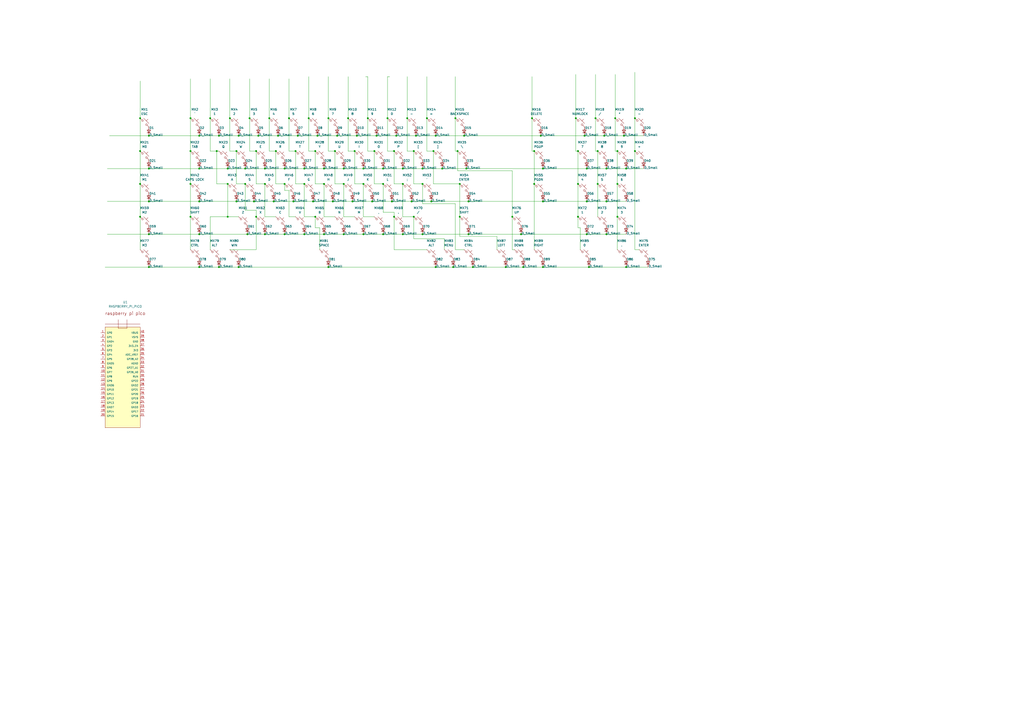
<source format=kicad_sch>
(kicad_sch (version 20231120) (generator "eeschema") (generator_version "8.0")
  (paper "A2")
  (junction (at 302.26 135.89))
  (junction (at 115.57 135.89))
  (junction (at 346.71 87.63))
  (junction (at 210.82 97.79))
  (junction (at 86.36 116.84))
  (junction (at 210.82 106.68))
  (junction (at 229.87 78.74))
  (junction (at 241.3 78.74))
  (junction (at 351.79 97.79))
  (junction (at 335.28 125.73))
  (junction (at 358.14 87.63))
  (junction (at 187.96 135.89))
  (junction (at 274.32 154.94))
  (junction (at 133.35 68.58))
  (junction (at 213.36 68.58))
  (junction (at 187.96 106.68))
  (junction (at 233.68 97.79))
  (junction (at 250.19 116.84))
  (junction (at 182.88 125.73))
  (junction (at 207.01 78.74))
  (junction (at 266.7 125.73))
  (junction (at 182.88 87.63))
  (junction (at 143.51 135.89))
  (junction (at 110.49 87.63))
  (junction (at 158.75 116.84))
  (junction (at 345.44 68.58))
  (junction (at 240.03 125.73))
  (junction (at 81.28 87.63))
  (junction (at 227.33 116.84))
  (junction (at 184.15 78.74))
  (junction (at 252.73 78.74))
  (junction (at 334.01 68.58))
  (junction (at 368.3 87.63))
  (junction (at 137.16 87.63))
  (junction (at 265.43 87.63))
  (junction (at 172.72 78.74))
  (junction (at 358.14 125.73))
  (junction (at 115.57 97.79))
  (junction (at 271.78 116.84))
  (junction (at 363.22 97.79))
  (junction (at 351.79 135.89))
  (junction (at 115.57 116.84))
  (junction (at 132.08 125.73))
  (junction (at 171.45 87.63))
  (junction (at 165.1 97.79))
  (junction (at 340.36 135.89))
  (junction (at 142.24 106.68))
  (junction (at 251.46 87.63))
  (junction (at 201.93 68.58))
  (junction (at 127 78.74))
  (junction (at 303.53 154.94))
  (junction (at 222.25 97.79))
  (junction (at 194.31 87.63))
  (junction (at 127 154.94))
  (junction (at 86.36 78.74))
  (junction (at 199.39 106.68))
  (junction (at 361.95 78.74))
  (junction (at 161.29 78.74))
  (junction (at 110.49 106.68))
  (junction (at 142.24 97.79))
  (junction (at 170.18 116.84))
  (junction (at 228.6 87.63))
  (junction (at 335.28 87.63))
  (junction (at 215.9 116.84))
  (junction (at 121.92 68.58))
  (junction (at 308.61 68.58))
  (junction (at 240.03 87.63))
  (junction (at 339.09 78.74))
  (junction (at 110.49 68.58))
  (junction (at 264.16 68.58))
  (junction (at 199.39 135.89))
  (junction (at 309.88 87.63))
  (junction (at 236.22 68.58))
  (junction (at 179.07 68.58))
  (junction (at 153.67 97.79))
  (junction (at 224.79 68.58))
  (junction (at 81.28 125.73))
  (junction (at 341.63 154.94))
  (junction (at 132.08 97.79))
  (junction (at 233.68 135.89))
  (junction (at 252.73 154.94))
  (junction (at 193.04 116.84))
  (junction (at 167.64 68.58))
  (junction (at 138.43 154.94))
  (junction (at 153.67 135.89))
  (junction (at 350.52 78.74))
  (junction (at 148.59 87.63))
  (junction (at 297.18 125.73))
  (junction (at 165.1 135.89))
  (junction (at 245.11 135.89))
  (junction (at 314.96 116.84))
  (junction (at 245.11 106.68))
  (junction (at 293.37 154.94))
  (junction (at 86.36 154.94))
  (junction (at 314.96 154.94))
  (junction (at 115.57 154.94))
  (junction (at 368.3 68.58))
  (junction (at 81.28 106.68))
  (junction (at 137.16 116.84))
  (junction (at 256.54 97.79))
  (junction (at 199.39 97.79))
  (junction (at 247.65 68.58))
  (junction (at 86.36 97.79))
  (junction (at 165.1 106.68))
  (junction (at 222.25 135.89))
  (junction (at 363.22 154.94))
  (junction (at 81.28 68.58))
  (junction (at 195.58 78.74))
  (junction (at 190.5 154.94))
  (junction (at 346.71 106.68))
  (junction (at 176.53 97.79))
  (junction (at 187.96 97.79))
  (junction (at 266.7 106.68))
  (junction (at 176.53 106.68))
  (junction (at 204.47 116.84))
  (junction (at 210.82 135.89))
  (junction (at 125.73 87.63))
  (junction (at 205.74 87.63))
  (junction (at 270.51 97.79))
  (junction (at 340.36 116.84))
  (junction (at 110.49 125.73))
  (junction (at 222.25 106.68))
  (junction (at 271.78 135.89))
  (junction (at 313.69 78.74))
  (junction (at 156.21 68.58))
  (junction (at 233.68 106.68))
  (junction (at 314.96 97.79))
  (junction (at 262.89 154.94))
  (junction (at 160.02 87.63))
  (junction (at 86.36 135.89))
  (junction (at 335.28 106.68))
  (junction (at 356.87 68.58))
  (junction (at 115.57 78.74))
  (junction (at 190.5 68.58))
  (junction (at 148.59 125.73))
  (junction (at 351.79 116.84))
  (junction (at 149.86 78.74))
  (junction (at 245.11 97.79))
  (junction (at 132.08 106.68))
  (junction (at 217.17 87.63))
  (junction (at 358.14 106.68))
  (junction (at 238.76 116.84))
  (junction (at 144.78 68.58))
  (junction (at 309.88 106.68))
  (junction (at 176.53 135.89))
  (junction (at 181.61 116.84))
  (junction (at 138.43 78.74))
  (junction (at 153.67 106.68))
  (junction (at 269.24 78.74))
  (junction (at 340.36 97.79))
  (junction (at 147.32 116.84))
  (junction (at 228.6 125.73))
  (junction (at 218.44 78.74))
  (wire (pts (xy 190.5 87.63) (xy 194.31 87.63)))
  (wire (pts (xy 302.26 135.89) (xy 340.36 135.89)))
  (wire (pts (xy 133.35 68.58) (xy 133.35 87.63)))
  (wire (pts (xy 137.16 87.63) (xy 137.16 106.68)))
  (wire (pts (xy 176.53 97.79) (xy 187.96 97.79)))
  (wire (pts (xy 247.65 87.63) (xy 251.46 87.63)))
  (wire (pts (xy 297.18 125.73) (xy 297.18 144.78)))
  (wire (pts (xy 269.24 78.74) (xy 313.69 78.74)))
  (wire (pts (xy 314.96 97.79) (xy 340.36 97.79)))
  (wire (pts (xy 345.44 68.58) (xy 345.44 87.63)))
  (wire (pts (xy 167.64 110.49) (xy 165.1 110.49)))
  (wire (pts (xy 228.6 144.78) (xy 228.6 125.73)))
  (wire (pts (xy 148.59 144.78) (xy 148.59 125.73)))
  (wire (pts (xy 228.6 87.63) (xy 228.6 106.68)))
  (wire (pts (xy 81.28 68.58) (xy 81.28 87.63)))
  (wire (pts (xy 224.79 68.58) (xy 224.79 87.63)))
  (wire (pts (xy 222.25 106.68) (xy 222.25 123.19)))
  (wire (pts (xy 86.36 135.89) (xy 115.57 135.89)))
  (wire (pts (xy 314.96 116.84) (xy 340.36 116.84)))
  (wire (pts (xy 303.53 154.94) (xy 314.96 154.94)))
  (wire (pts (xy 222.25 97.79) (xy 233.68 97.79)))
  (wire (pts (xy 187.96 97.79) (xy 199.39 97.79)))
  (wire (pts (xy 264.16 68.58) (xy 264.16 87.63)))
  (wire (pts (xy 86.36 78.74) (xy 115.57 78.74)))
  (wire (pts (xy 185.42 132.08) (xy 182.88 132.08)))
  (wire (pts (xy 358.14 87.63) (xy 358.14 106.68)))
  (wire (pts (xy 199.39 106.68) (xy 199.39 125.73)))
  (wire (pts (xy 115.57 78.74) (xy 127 78.74)))
  (wire (pts (xy 165.1 110.49) (xy 165.1 106.68)))
  (wire (pts (xy 110.49 87.63) (xy 110.49 106.68)))
  (wire (pts (xy 160.02 106.68) (xy 165.1 106.68)))
  (wire (pts (xy 62.23 97.79) (xy 86.36 97.79)))
  (wire (pts (xy 309.88 106.68) (xy 309.88 144.78)))
  (wire (pts (xy 236.22 68.58) (xy 236.22 87.63)))
  (wire (pts (xy 199.39 135.89) (xy 210.82 135.89)))
  (wire (pts (xy 115.57 135.89) (xy 143.51 135.89)))
  (wire (pts (xy 257.81 138.43) (xy 257.81 144.78)))
  (wire (pts (xy 256.54 97.79) (xy 270.51 97.79)))
  (wire (pts (xy 125.73 87.63) (xy 127 87.63)))
  (wire (pts (xy 351.79 135.89) (xy 363.22 135.89)))
  (wire (pts (xy 210.82 97.79) (xy 222.25 97.79)))
  (wire (pts (xy 86.36 154.94) (xy 115.57 154.94)))
  (wire (pts (xy 199.39 125.73) (xy 205.74 125.73)))
  (wire (pts (xy 229.87 78.74) (xy 241.3 78.74)))
  (wire (pts (xy 266.7 125.73) (xy 266.7 137.16)))
  (wire (pts (xy 137.16 116.84) (xy 147.32 116.84)))
  (wire (pts (xy 115.57 97.79) (xy 132.08 97.79)))
  (wire (pts (xy 297.18 144.78) (xy 298.45 144.78)))
  (wire (pts (xy 215.9 116.84) (xy 227.33 116.84)))
  (wire (pts (xy 334.01 43.18) (xy 334.01 68.58)))
  (wire (pts (xy 86.36 116.84) (xy 115.57 116.84)))
  (wire (pts (xy 81.28 87.63) (xy 81.28 106.68)))
  (wire (pts (xy 297.18 99.06) (xy 297.18 125.73)))
  (wire (pts (xy 156.21 45.72) (xy 156.21 68.58)))
  (wire (pts (xy 233.68 97.79) (xy 245.11 97.79)))
  (wire (pts (xy 351.79 97.79) (xy 363.22 97.79)))
  (wire (pts (xy 182.88 106.68) (xy 187.96 106.68)))
  (wire (pts (xy 176.53 135.89) (xy 187.96 135.89)))
  (wire (pts (xy 218.44 78.74) (xy 229.87 78.74)))
  (wire (pts (xy 187.96 106.68) (xy 187.96 125.73)))
  (wire (pts (xy 81.28 125.73) (xy 81.28 144.78)))
  (wire (pts (xy 190.5 44.45) (xy 190.5 68.58)))
  (wire (pts (xy 217.17 106.68) (xy 222.25 106.68)))
  (wire (pts (xy 340.36 135.89) (xy 351.79 135.89)))
  (wire (pts (xy 217.17 87.63) (xy 217.17 106.68)))
  (wire (pts (xy 148.59 87.63) (xy 148.59 106.68)))
  (wire (pts (xy 222.25 135.89) (xy 233.68 135.89)))
  (wire (pts (xy 110.49 125.73) (xy 110.49 144.78)))
  (wire (pts (xy 132.08 106.68) (xy 125.73 106.68)))
  (wire (pts (xy 170.18 116.84) (xy 181.61 116.84)))
  (wire (pts (xy 264.16 87.63) (xy 265.43 87.63)))
  (wire (pts (xy 142.24 121.92) (xy 142.24 106.68)))
  (wire (pts (xy 62.23 135.89) (xy 86.36 135.89)))
  (wire (pts (xy 212.09 44.45) (xy 213.36 44.45)))
  (wire (pts (xy 245.11 118.11) (xy 264.16 118.11)))
  (wire (pts (xy 228.6 106.68) (xy 233.68 106.68)))
  (wire (pts (xy 121.92 144.78) (xy 121.92 125.73)))
  (wire (pts (xy 265.43 87.63) (xy 265.43 99.06)))
  (wire (pts (xy 356.87 87.63) (xy 358.14 87.63)))
  (wire (pts (xy 153.67 135.89) (xy 165.1 135.89)))
  (wire (pts (xy 153.67 106.68) (xy 153.67 125.73)))
  (wire (pts (xy 271.78 116.84) (xy 314.96 116.84)))
  (wire (pts (xy 251.46 106.68) (xy 266.7 106.68)))
  (wire (pts (xy 358.14 125.73) (xy 358.14 144.78)))
  (wire (pts (xy 144.78 45.72) (xy 144.78 68.58)))
  (wire (pts (xy 251.46 87.63) (xy 251.46 106.68)))
  (wire (pts (xy 309.88 87.63) (xy 309.88 106.68)))
  (wire (pts (xy 63.5 78.74) (xy 86.36 78.74)))
  (wire (pts (xy 148.59 125.73) (xy 148.59 121.92)))
  (wire (pts (xy 293.37 154.94) (xy 303.53 154.94)))
  (wire (pts (xy 227.33 116.84) (xy 238.76 116.84)))
  (wire (pts (xy 351.79 116.84) (xy 363.22 116.84)))
  (wire (pts (xy 179.07 44.45) (xy 179.07 68.58)))
  (wire (pts (xy 133.35 45.72) (xy 133.35 68.58)))
  (wire (pts (xy 158.75 116.84) (xy 170.18 116.84)))
  (wire (pts (xy 194.31 106.68) (xy 199.39 106.68)))
  (wire (pts (xy 336.55 144.78) (xy 336.55 132.08)))
  (wire (pts (xy 247.65 144.78) (xy 228.6 144.78)))
  (wire (pts (xy 187.96 125.73) (xy 194.31 125.73)))
  (wire (pts (xy 308.61 44.45) (xy 308.61 68.58)))
  (wire (pts (xy 176.53 125.73) (xy 182.88 125.73)))
  (wire (pts (xy 182.88 132.08) (xy 182.88 125.73)))
  (wire (pts (xy 132.08 125.73) (xy 132.08 106.68)))
  (wire (pts (xy 339.09 78.74) (xy 350.52 78.74)))
  (wire (pts (xy 245.11 135.89) (xy 271.78 135.89)))
  (wire (pts (xy 346.71 87.63) (xy 346.71 106.68)))
  (wire (pts (xy 240.03 87.63) (xy 240.03 106.68)))
  (wire (pts (xy 115.57 116.84) (xy 137.16 116.84)))
  (wire (pts (xy 86.36 97.79) (xy 115.57 97.79)))
  (wire (pts (xy 340.36 97.79) (xy 351.79 97.79)))
  (wire (pts (xy 110.49 68.58) (xy 110.49 87.63)))
  (wire (pts (xy 233.68 135.89) (xy 245.11 135.89)))
  (wire (pts (xy 240.03 138.43) (xy 257.81 138.43)))
  (wire (pts (xy 142.24 106.68) (xy 137.16 106.68)))
  (wire (pts (xy 153.67 97.79) (xy 165.1 97.79)))
  (wire (pts (xy 127 154.94) (xy 138.43 154.94)))
  (wire (pts (xy 368.3 41.91) (xy 368.3 68.58)))
  (wire (pts (xy 179.07 87.63) (xy 182.88 87.63)))
  (wire (pts (xy 247.65 44.45) (xy 247.65 68.58)))
  (wire (pts (xy 262.89 154.94) (xy 274.32 154.94)))
  (wire (pts (xy 195.58 78.74) (xy 207.01 78.74)))
  (wire (pts (xy 363.22 154.94) (xy 375.92 154.94)))
  (wire (pts (xy 201.93 87.63) (xy 205.74 87.63)))
  (wire (pts (xy 340.36 116.84) (xy 351.79 116.84)))
  (wire (pts (xy 199.39 97.79) (xy 210.82 97.79)))
  (wire (pts (xy 156.21 68.58) (xy 156.21 87.63)))
  (wire (pts (xy 149.86 78.74) (xy 161.29 78.74)))
  (wire (pts (xy 171.45 87.63) (xy 171.45 106.68)))
  (wire (pts (xy 201.93 68.58) (xy 201.93 87.63)))
  (wire (pts (xy 210.82 106.68) (xy 210.82 125.73)))
  (wire (pts (xy 190.5 154.94) (xy 252.73 154.94)))
  (wire (pts (xy 110.49 45.72) (xy 110.49 68.58)))
  (wire (pts (xy 138.43 154.94) (xy 190.5 154.94)))
  (wire (pts (xy 213.36 68.58) (xy 213.36 44.45)))
  (wire (pts (xy 110.49 106.68) (xy 110.49 125.73)))
  (wire (pts (xy 201.93 44.45) (xy 201.93 68.58)))
  (wire (pts (xy 133.35 144.78) (xy 148.59 144.78)))
  (wire (pts (xy 121.92 125.73) (xy 132.08 125.73)))
  (wire (pts (xy 176.53 106.68) (xy 176.53 125.73)))
  (wire (pts (xy 138.43 125.73) (xy 132.08 125.73)))
  (wire (pts (xy 213.36 87.63) (xy 217.17 87.63)))
  (wire (pts (xy 228.6 123.19) (xy 228.6 125.73)))
  (wire (pts (xy 193.04 116.84) (xy 204.47 116.84)))
  (wire (pts (xy 167.64 68.58) (xy 167.64 87.63)))
  (wire (pts (xy 138.43 78.74) (xy 149.86 78.74)))
  (wire (pts (xy 356.87 68.58) (xy 356.87 87.63)))
  (wire (pts (xy 153.67 125.73) (xy 160.02 125.73)))
  (wire (pts (xy 350.52 78.74) (xy 361.95 78.74)))
  (wire (pts (xy 345.44 43.18) (xy 345.44 68.58)))
  (wire (pts (xy 240.03 106.68) (xy 245.11 106.68)))
  (wire (pts (xy 213.36 68.58) (xy 213.36 87.63)))
  (wire (pts (xy 171.45 106.68) (xy 176.53 106.68)))
  (wire (pts (xy 264.16 144.78) (xy 269.24 144.78)))
  (wire (pts (xy 161.29 78.74) (xy 172.72 78.74)))
  (wire (pts (xy 207.01 78.74) (xy 218.44 78.74)))
  (wire (pts (xy 334.01 87.63) (xy 335.28 87.63)))
  (wire (pts (xy 308.61 68.58) (xy 308.61 87.63)))
  (wire (pts (xy 334.01 68.58) (xy 334.01 87.63)))
  (wire (pts (xy 142.24 97.79) (xy 153.67 97.79)))
  (wire (pts (xy 346.71 106.68) (xy 346.71 125.73)))
  (wire (pts (xy 184.15 78.74) (xy 195.58 78.74)))
  (wire (pts (xy 160.02 87.63) (xy 160.02 106.68)))
  (wire (pts (xy 233.68 125.73) (xy 233.68 106.68)))
  (wire (pts (xy 133.35 87.63) (xy 137.16 87.63)))
  (wire (pts (xy 314.96 154.94) (xy 341.63 154.94)))
  (wire (pts (xy 156.21 87.63) (xy 160.02 87.63)))
  (wire (pts (xy 224.79 44.45) (xy 226.06 44.45)))
  (wire (pts (xy 222.25 123.19) (xy 228.6 123.19)))
  (wire (pts (xy 187.96 135.89) (xy 199.39 135.89)))
  (wire (pts (xy 147.32 116.84) (xy 158.75 116.84)))
  (wire (pts (xy 265.43 99.06) (xy 297.18 99.06)))
  (wire (pts (xy 241.3 78.74) (xy 252.73 78.74)))
  (wire (pts (xy 127 78.74) (xy 138.43 78.74)))
  (wire (pts (xy 125.73 106.68) (xy 125.73 87.63)))
  (wire (pts (xy 335.28 106.68) (xy 335.28 125.73)))
  (wire (pts (xy 190.5 68.58) (xy 190.5 87.63)))
  (wire (pts (xy 341.63 154.94) (xy 363.22 154.94)))
  (wire (pts (xy 143.51 135.89) (xy 153.67 135.89)))
  (wire (pts (xy 121.92 87.63) (xy 125.73 87.63)))
  (wire (pts (xy 271.78 135.89) (xy 302.26 135.89)))
  (wire (pts (xy 121.92 45.72) (xy 121.92 68.58)))
  (wire (pts (xy 210.82 135.89) (xy 222.25 135.89)))
  (wire (pts (xy 224.79 68.58) (xy 224.79 44.45)))
  (wire (pts (xy 148.59 106.68) (xy 153.67 106.68)))
  (wire (pts (xy 182.88 87.63) (xy 182.88 106.68)))
  (wire (pts (xy 245.11 106.68) (xy 245.11 118.11)))
  (wire (pts (xy 264.16 44.45) (xy 264.16 68.58)))
  (wire (pts (xy 148.59 121.92) (xy 142.24 121.92)))
  (wire (pts (xy 368.3 144.78) (xy 370.84 144.78)))
  (wire (pts (xy 62.23 116.84) (xy 86.36 116.84)))
  (wire (pts (xy 172.72 78.74) (xy 184.15 78.74)))
  (wire (pts (xy 240.03 125.73) (xy 233.68 125.73)))
  (wire (pts (xy 266.7 137.16) (xy 288.29 137.16)))
  (wire (pts (xy 167.64 45.72) (xy 167.64 68.58)))
  (wire (pts (xy 335.28 132.08) (xy 335.28 125.73)))
  (wire (pts (xy 356.87 43.18) (xy 356.87 68.58)))
  (wire (pts (xy 335.28 87.63) (xy 335.28 106.68)))
  (wire (pts (xy 144.78 87.63) (xy 148.59 87.63)))
  (wire (pts (xy 363.22 97.79) (xy 373.38 97.79)))
  (wire (pts (xy 171.45 125.73) (xy 167.64 125.73)))
  (wire (pts (xy 250.19 116.84) (xy 271.78 116.84)))
  (wire (pts (xy 81.28 106.68) (xy 81.28 125.73)))
  (wire (pts (xy 270.51 97.79) (xy 314.96 97.79)))
  (wire (pts (xy 204.47 116.84) (xy 215.9 116.84)))
  (wire (pts (xy 144.78 68.58) (xy 144.78 87.63)))
  (wire (pts (xy 345.44 87.63) (xy 346.71 87.63)))
  (wire (pts (xy 264.16 118.11) (xy 264.16 144.78)))
  (wire (pts (xy 238.76 116.84) (xy 250.19 116.84)))
  (wire (pts (xy 336.55 132.08) (xy 335.28 132.08)))
  (wire (pts (xy 165.1 97.79) (xy 176.53 97.79)))
  (wire (pts (xy 245.11 97.79) (xy 256.54 97.79)))
  (wire (pts (xy 205.74 87.63) (xy 205.74 106.68)))
  (wire (pts (xy 115.57 154.94) (xy 127 154.94)))
  (wire (pts (xy 81.28 46.99) (xy 81.28 68.58)))
  (wire (pts (xy 368.3 68.58) (xy 368.3 87.63)))
  (wire (pts (xy 224.79 87.63) (xy 228.6 87.63)))
  (wire (pts (xy 308.61 87.63) (xy 309.88 87.63)))
  (wire (pts (xy 240.03 125.73) (xy 240.03 138.43)))
  (wire (pts (xy 121.92 68.58) (xy 121.92 87.63)))
  (wire (pts (xy 179.07 68.58) (xy 179.07 87.63)))
  (wire (pts (xy 252.73 154.94) (xy 262.89 154.94)))
  (wire (pts (xy 252.73 78.74) (xy 269.24 78.74)))
  (wire (pts (xy 236.22 87.63) (xy 240.03 87.63)))
  (wire (pts (xy 361.95 78.74) (xy 373.38 78.74)))
  (wire (pts (xy 181.61 116.84) (xy 193.04 116.84)))
  (wire (pts (xy 167.64 125.73) (xy 167.64 110.49)))
  (wire (pts (xy 274.32 154.94) (xy 293.37 154.94)))
  (wire (pts (xy 185.42 144.78) (xy 185.42 132.08)))
  (wire (pts (xy 313.69 78.74) (xy 339.09 78.74)))
  (wire (pts (xy 368.3 87.63) (xy 368.3 144.78)))
  (wire (pts (xy 205.74 106.68) (xy 210.82 106.68)))
  (wire (pts (xy 60.96 154.94) (xy 86.36 154.94)))
  (wire (pts (xy 358.14 106.68) (xy 358.14 125.73)))
  (wire (pts (xy 266.7 106.68) (xy 266.7 125.73)))
  (wire (pts (xy 194.31 87.63) (xy 194.31 106.68)))
  (wire (pts (xy 132.08 97.79) (xy 142.24 97.79)))
  (wire (pts (xy 247.65 68.58) (xy 247.65 87.63)))
  (wire (pts (xy 236.22 44.45) (xy 236.22 68.58)))
  (wire (pts (xy 167.64 87.63) (xy 171.45 87.63)))
  (wire (pts (xy 288.29 137.16) (xy 288.29 144.78)))
  (wire (pts (xy 165.1 135.89) (xy 176.53 135.89)))
  (wire (pts (xy 210.82 125.73) (xy 217.17 125.73)))
  (symbol (lib_id "mechanical_keyboard:D_Small") (at 271.78 133.35 90) (unit 1)
    (property "Reference" "D71" (at 272.034 131.318 90) (effects (justify right)))
    (property "Value" "D_Small" (at 272.034 135.382 90) (effects (justify right)))
    (property "Footprint" "Diode_SMD:D_SOD-323" (effects (hide yes)))
    (property "Description" "Diode, small symbol" (effects (hide yes)))
    (property "Sim.Device" "D" (effects (hide yes)))
    (property "Sim.Pins" "1=K 2=A" (effects (hide yes)))
  )
  (symbol (lib_id "mechanical_keyboard:MX_SW_solder") (at 312.42 147.32 0) (unit 1)
    (property "Reference" "MX89" (at 312.42 139.7 0))
    (property "Value" "RIGHT" (at 312.42 142.24 0))
    (property "Footprint" "PCBlib_keyboard:SW_Cherry_MX_1.00u_PCB" (effects (hide yes)))
    (property "Description" "Push button switch, normally open, two pins, 45° tilted" (effects (hide yes)))
  )
  (symbol (lib_id "mechanical_keyboard:D_Small") (at 340.36 133.35 90) (unit 1)
    (property "Reference" "D72" (at 340.614 131.318 90) (effects (justify right)))
    (property "Value" "D_Small" (at 340.614 135.382 90) (effects (justify right)))
    (property "Footprint" "Diode_SMD:D_SOD-323" (effects (hide yes)))
    (property "Description" "Diode, small symbol" (effects (hide yes)))
    (property "Sim.Device" "D" (effects (hide yes)))
    (property "Sim.Pins" "1=K 2=A" (effects (hide yes)))
  )
  (symbol (lib_id "mechanical_keyboard:D_Small") (at 199.39 95.25 90) (unit 1)
    (property "Reference" "D29" (at 199.644 93.218 90) (effects (justify right)))
    (property "Value" "D_Small" (at 199.644 97.282 90) (effects (justify right)))
    (property "Footprint" "Diode_SMD:D_SOD-323" (effects (hide yes)))
    (property "Description" "Diode, small symbol" (effects (hide yes)))
    (property "Sim.Device" "D" (effects (hide yes)))
    (property "Sim.Pins" "1=K 2=A" (effects (hide yes)))
  )
  (symbol (lib_id "mechanical_keyboard:MX_SW_solder") (at 196.85 128.27 0) (unit 1)
    (property "Reference" "MX66" (at 196.85 120.65 0))
    (property "Value" "N" (at 196.85 123.19 0))
    (property "Footprint" "PCBlib_keyboard:SW_Cherry_MX_1.00u_PCB" (effects (hide yes)))
    (property "Description" "Push button switch, normally open, two pins, 45° tilted" (effects (hide yes)))
  )
  (symbol (lib_id "mechanical_keyboard:MX_SW_solder") (at 204.47 71.12 0) (unit 1)
    (property "Reference" "MX10" (at 204.47 63.5 0))
    (property "Value" "8" (at 204.47 66.04 0))
    (property "Footprint" "PCBlib_keyboard:SW_Cherry_MX_1.00u_PCB" (effects (hide yes)))
    (property "Description" "Push button switch, normally open, two pins, 45° tilted" (effects (hide yes)))
  )
  (symbol (lib_id "mechanical_keyboard:D_Small") (at 227.33 114.3 90) (unit 1)
    (property "Reference" "D51" (at 227.584 112.268 90) (effects (justify right)))
    (property "Value" "D_Small" (at 227.584 116.332 90) (effects (justify right)))
    (property "Footprint" "Diode_SMD:D_SOD-323" (effects (hide yes)))
    (property "Description" "Diode, small symbol" (effects (hide yes)))
    (property "Sim.Device" "D" (effects (hide yes)))
    (property "Sim.Pins" "1=K 2=A" (effects (hide yes)))
  )
  (symbol (lib_id "mechanical_keyboard:MX_SW_solder") (at 158.75 71.12 0) (unit 1)
    (property "Reference" "MX6" (at 158.75 63.5 0))
    (property "Value" "4" (at 158.75 66.04 0))
    (property "Footprint" "PCBlib_keyboard:SW_Cherry_MX_1.00u_PCB" (effects (hide yes)))
    (property "Description" "Push button switch, normally open, two pins, 45° tilted" (effects (hide yes)))
  )
  (symbol (lib_id "mechanical_keyboard:D_Small") (at 222.25 133.35 90) (unit 1)
    (property "Reference" "D68" (at 222.504 131.318 90) (effects (justify right)))
    (property "Value" "D_Small" (at 222.504 135.382 90) (effects (justify right)))
    (property "Footprint" "Diode_SMD:D_SOD-323" (effects (hide yes)))
    (property "Description" "Diode, small symbol" (effects (hide yes)))
    (property "Sim.Device" "D" (effects (hide yes)))
    (property "Sim.Pins" "1=K 2=A" (effects (hide yes)))
  )
  (symbol (lib_id "mechanical_keyboard:D_Small") (at 293.37 152.4 90) (unit 1)
    (property "Reference" "D87" (at 293.624 150.368 90) (effects (justify right)))
    (property "Value" "D_Small" (at 293.624 154.432 90) (effects (justify right)))
    (property "Footprint" "Diode_SMD:D_SOD-323" (effects (hide yes)))
    (property "Description" "Diode, small symbol" (effects (hide yes)))
    (property "Sim.Device" "D" (effects (hide yes)))
    (property "Sim.Pins" "1=K 2=A" (effects (hide yes)))
  )
  (symbol (lib_id "mechanical_keyboard:MX_SW_solder") (at 254 90.17 0) (unit 1)
    (property "Reference" "MX34" (at 254 82.55 0))
    (property "Value" "]" (at 254 85.09 0))
    (property "Footprint" "PCBlib_keyboard:SW_Cherry_MX_1.00u_PCB" (effects (hide yes)))
    (property "Description" "Push button switch, normally open, two pins, 45° tilted" (effects (hide yes)))
  )
  (symbol (lib_id "mechanical_keyboard:D_Small") (at 86.36 76.2 90) (unit 1)
    (property "Reference" "D1" (at 86.614 74.168 90) (effects (justify right)))
    (property "Value" "D_Small" (at 86.614 78.232 90) (effects (justify right)))
    (property "Footprint" "Diode_SMD:D_SOD-323" (effects (hide yes)))
    (property "Description" "Diode, small symbol" (effects (hide yes)))
    (property "Sim.Device" "D" (effects (hide yes)))
    (property "Sim.Pins" "1=K 2=A" (effects (hide yes)))
  )
  (symbol (lib_id "mechanical_keyboard:MX_SW_solder") (at 83.82 90.17 0) (unit 1)
    (property "Reference" "MX21" (at 83.82 82.55 0))
    (property "Value" "M0" (at 83.82 85.09 0))
    (property "Footprint" "PCBlib_keyboard:SW_Cherry_MX_1.00u_PCB" (effects (hide yes)))
    (property "Description" "Push button switch, normally open, two pins, 45° tilted" (effects (hide yes)))
  )
  (symbol (lib_id "mechanical_keyboard:D_Small") (at 161.29 76.2 90) (unit 1)
    (property "Reference" "D6" (at 161.544 74.168 90) (effects (justify right)))
    (property "Value" "D_Small" (at 161.544 78.232 90) (effects (justify right)))
    (property "Footprint" "Diode_SMD:D_SOD-323" (effects (hide yes)))
    (property "Description" "Diode, small symbol" (effects (hide yes)))
    (property "Sim.Device" "D" (effects (hide yes)))
    (property "Sim.Pins" "1=K 2=A" (effects (hide yes)))
  )
  (symbol (lib_id "mechanical_keyboard:D_Small") (at 132.08 95.25 90) (unit 1)
    (property "Reference" "D23" (at 132.334 93.218 90) (effects (justify right)))
    (property "Value" "D_Small" (at 132.334 97.282 90) (effects (justify right)))
    (property "Footprint" "Diode_SMD:D_SOD-323" (effects (hide yes)))
    (property "Description" "Diode, small symbol" (effects (hide yes)))
    (property "Sim.Device" "D" (effects (hide yes)))
    (property "Sim.Pins" "1=K 2=A" (effects (hide yes)))
  )
  (symbol (lib_id "mechanical_keyboard:MX_SW_solder") (at 219.71 90.17 0) (unit 1)
    (property "Reference" "MX31" (at 219.71 82.55 0))
    (property "Value" "O" (at 219.71 85.09 0))
    (property "Footprint" "PCBlib_keyboard:SW_Cherry_MX_1.00u_PCB" (effects (hide yes)))
    (property "Description" "Push button switch, normally open, two pins, 45° tilted" (effects (hide yes)))
  )
  (symbol (lib_id "mechanical_keyboard:MX_SW_solder") (at 360.68 147.32 0) (unit 1)
    (property "Reference" "MX86" (at 360.68 139.7 0))
    (property "Value" "." (at 360.68 142.24 0))
    (property "Footprint" "PCBlib_keyboard:SW_Cherry_MX_1.00u_PCB" (effects (hide yes)))
    (property "Description" "Push button switch, normally open, two pins, 45° tilted" (effects (hide yes)))
  )
  (symbol (lib_id "mechanical_keyboard:D_Small") (at 363.22 133.35 90) (unit 1)
    (property "Reference" "D74" (at 363.474 131.318 90) (effects (justify right)))
    (property "Value" "D_Small" (at 363.474 135.382 90) (effects (justify right)))
    (property "Footprint" "Diode_SMD:D_SOD-323" (effects (hide yes)))
    (property "Description" "Diode, small symbol" (effects (hide yes)))
    (property "Sim.Device" "D" (effects (hide yes)))
    (property "Sim.Pins" "1=K 2=A" (effects (hide yes)))
  )
  (symbol (lib_id "mechanical_keyboard:MX_SW_solder") (at 312.42 109.22 0) (unit 1)
    (property "Reference" "MX55" (at 312.42 101.6 0))
    (property "Value" "PGDN" (at 312.42 104.14 0))
    (property "Footprint" "PCBlib_keyboard:SW_Cherry_MX_1.00u_PCB" (effects (hide yes)))
    (property "Description" "Push button switch, normally open, two pins, 45° tilted" (effects (hide yes)))
  )
  (symbol (lib_id "mechanical_keyboard:D_Small") (at 339.09 76.2 90) (unit 1)
    (property "Reference" "D17" (at 339.344 74.168 90) (effects (justify right)))
    (property "Value" "D_Small" (at 339.344 78.232 90) (effects (justify right)))
    (property "Footprint" "Diode_SMD:D_SOD-323" (effects (hide yes)))
    (property "Description" "Diode, small symbol" (effects (hide yes)))
    (property "Sim.Device" "D" (effects (hide yes)))
    (property "Sim.Pins" "1=K 2=A" (effects (hide yes)))
  )
  (symbol (lib_id "mechanical_keyboard:D_Small") (at 373.38 76.2 90) (unit 1)
    (property "Reference" "D20" (at 373.634 74.168 90) (effects (justify right)))
    (property "Value" "D_Small" (at 373.634 78.232 90) (effects (justify right)))
    (property "Footprint" "Diode_SMD:D_SOD-323" (effects (hide yes)))
    (property "Description" "Diode, small symbol" (effects (hide yes)))
    (property "Sim.Device" "D" (effects (hide yes)))
    (property "Sim.Pins" "1=K 2=A" (effects (hide yes)))
  )
  (symbol (lib_id "mechanical_keyboard:D_Small") (at 269.24 76.2 90) (unit 1)
    (property "Reference" "D15" (at 269.494 74.168 90) (effects (justify right)))
    (property "Value" "D_Small" (at 269.494 78.232 90) (effects (justify right)))
    (property "Footprint" "Diode_SMD:D_SOD-323" (effects (hide yes)))
    (property "Description" "Diode, small symbol" (effects (hide yes)))
    (property "Sim.Device" "D" (effects (hide yes)))
    (property "Sim.Pins" "1=K 2=A" (effects (hide yes)))
  )
  (symbol (lib_id "mechanical_keyboard:D_Small") (at 142.24 95.25 90) (unit 1)
    (property "Reference" "D24" (at 142.494 93.218 90) (effects (justify right)))
    (property "Value" "D_Small" (at 142.494 97.282 90) (effects (justify right)))
    (property "Footprint" "Diode_SMD:D_SOD-323" (effects (hide yes)))
    (property "Description" "Diode, small symbol" (effects (hide yes)))
    (property "Sim.Device" "D" (effects (hide yes)))
    (property "Sim.Pins" "1=K 2=A" (effects (hide yes)))
  )
  (symbol (lib_id "mechanical_keyboard:D_Small") (at 138.43 76.2 90) (unit 1)
    (property "Reference" "D4" (at 138.684 74.168 90) (effects (justify right)))
    (property "Value" "D_Small" (at 138.684 78.232 90) (effects (justify right)))
    (property "Footprint" "Diode_SMD:D_SOD-323" (effects (hide yes)))
    (property "Description" "Diode, small symbol" (effects (hide yes)))
    (property "Sim.Device" "D" (effects (hide yes)))
    (property "Sim.Pins" "1=K 2=A" (effects (hide yes)))
  )
  (symbol (lib_id "mechanical_keyboard:MX_SW_solder") (at 231.14 128.27 0) (unit 1)
    (property "Reference" "MX69" (at 231.14 120.65 0))
    (property "Value" "." (at 231.14 123.19 0))
    (property "Footprint" "PCBlib_keyboard:SW_Cherry_MX_1.00u_PCB" (effects (hide yes)))
    (property "Description" "Push button switch, normally open, two pins, 45° tilted" (effects (hide yes)))
  )
  (symbol (lib_id "mechanical_keyboard:D_Small") (at 207.01 76.2 90) (unit 1)
    (property "Reference" "D10" (at 207.264 74.168 90) (effects (justify right)))
    (property "Value" "D_Small" (at 207.264 78.232 90) (effects (justify right)))
    (property "Footprint" "Diode_SMD:D_SOD-323" (effects (hide yes)))
    (property "Description" "Diode, small symbol" (effects (hide yes)))
    (property "Sim.Device" "D" (effects (hide yes)))
    (property "Sim.Pins" "1=K 2=A" (effects (hide yes)))
  )
  (symbol (lib_id "mechanical_keyboard:MX_SW_solder") (at 300.99 147.32 0) (unit 1)
    (property "Reference" "MX88" (at 300.99 139.7 0))
    (property "Value" "DOWN" (at 300.99 142.24 0))
    (property "Footprint" "PCBlib_keyboard:SW_Cherry_MX_1.00u_PCB" (effects (hide yes)))
    (property "Description" "Push button switch, normally open, two pins, 45° tilted" (effects (hide yes)))
  )
  (symbol (lib_id "mechanical_keyboard:D_Small") (at 115.57 133.35 90) (unit 1)
    (property "Reference" "D60" (at 115.824 131.318 90) (effects (justify right)))
    (property "Value" "D_Small" (at 115.824 135.382 90) (effects (justify right)))
    (property "Footprint" "Diode_SMD:D_SOD-323" (effects (hide yes)))
    (property "Description" "Diode, small symbol" (effects (hide yes)))
    (property "Sim.Device" "D" (effects (hide yes)))
    (property "Sim.Pins" "1=K 2=A" (effects (hide yes)))
  )
  (symbol (lib_id "mechanical_keyboard:MX_SW_solder") (at 360.68 90.17 0) (unit 1)
    (property "Reference" "MX39" (at 360.68 82.55 0))
    (property "Value" "9" (at 360.68 85.09 0))
    (property "Footprint" "PCBlib_keyboard:SW_Cherry_MX_1.00u_PCB" (effects (hide yes)))
    (property "Description" "Push button switch, normally open, two pins, 45° tilted" (effects (hide yes)))
  )
  (symbol (lib_id "mechanical_keyboard:D_Small") (at 115.57 114.3 90) (unit 1)
    (property "Reference" "D42" (at 115.824 112.268 90) (effects (justify right)))
    (property "Value" "D_Small" (at 115.824 116.332 90) (effects (justify right)))
    (property "Footprint" "Diode_SMD:D_SOD-323" (effects (hide yes)))
    (property "Description" "Diode, small symbol" (effects (hide yes)))
    (property "Sim.Device" "D" (effects (hide yes)))
    (property "Sim.Pins" "1=K 2=A" (effects (hide yes)))
  )
  (symbol (lib_id "mechanical_keyboard:MX_SW_solder") (at 269.24 109.22 0) (unit 1)
    (property "Reference" "MX54" (at 269.24 101.6 0))
    (property "Value" "ENTER" (at 269.24 104.14 0))
    (property "Footprint" "PCBlib_keyboard:SW_Cherry_MX_2.25u_PCB" (effects (hide yes)))
    (property "Description" "Push button switch, normally open, two pins, 45° tilted" (effects (hide yes)))
  )
  (symbol (lib_id "mechanical_keyboard:MX_SW_solder") (at 181.61 71.12 0) (unit 1)
    (property "Reference" "MX8" (at 181.61 63.5 0))
    (property "Value" "6" (at 181.61 66.04 0))
    (property "Footprint" "PCBlib_keyboard:SW_Cherry_MX_1.00u_PCB" (effects (hide yes)))
    (property "Description" "Push button switch, normally open, two pins, 45° tilted" (effects (hide yes)))
  )
  (symbol (lib_id "mechanical_keyboard:D_Small") (at 361.95 76.2 90) (unit 1)
    (property "Reference" "D19" (at 362.204 74.168 90) (effects (justify right)))
    (property "Value" "D_Small" (at 362.204 78.232 90) (effects (justify right)))
    (property "Footprint" "Diode_SMD:D_SOD-323" (effects (hide yes)))
    (property "Description" "Diode, small symbol" (effects (hide yes)))
    (property "Sim.Device" "D" (effects (hide yes)))
    (property "Sim.Pins" "1=K 2=A" (effects (hide yes)))
  )
  (symbol (lib_id "mechanical_keyboard:MX_SW_solder") (at 190.5 109.22 0) (unit 1)
    (property "Reference" "MX48" (at 190.5 101.6 0))
    (property "Value" "H" (at 190.5 104.14 0))
    (property "Footprint" "PCBlib_keyboard:SW_Cherry_MX_1.00u_PCB" (effects (hide yes)))
    (property "Description" "Push button switch, normally open, two pins, 45° tilted" (effects (hide yes)))
  )
  (symbol (lib_id "mechanical_keyboard:MX_SW_solder") (at 299.72 128.27 0) (unit 1)
    (property "Reference" "MX76" (at 299.72 120.65 0))
    (property "Value" "UP" (at 299.72 123.19 0))
    (property "Footprint" "PCBlib_keyboard:SW_Cherry_MX_1.00u_PCB" (effects (hide yes)))
    (property "Description" "Push button switch, normally open, two pins, 45° tilted" (effects (hide yes)))
  )
  (symbol (lib_id "Pico:RASPBERRY_PI_PICO") (at 68.58 213.36 0) (unit 1)
    (property "Reference" "U1" (at 72.6771 175.26 0))
    (property "Value" "RASPBERRY_PI_PICO" (at 72.6771 177.8 0))
    (property "Footprint" "PCBlib_keyboard:MODULE_RASPBERRY_PI_PICO_W" (effects (hide yes)))
    (property "Description_1" "\n                        \n                            Raspberry Pi Board, Arm Cortex-M0+; Core Architecture:Arm; Core Sub-Architecture:Cortex-M0+; Kit Contents:Raspberry Pi Pico Board; No. Of Bits:32Bit; Silicon Core Number:Rp2040; Silicon Manufacturer:Raspberry Pi |Raspberry-Pi RASPBERRY PI PICO\n                        \n" (effects (hide yes)))
    (property "MP" "RASPBERRY PI PICO" (effects (hide yes)))
  )
  (symbol (lib_id "mechanical_keyboard:MX_SW_solder") (at 83.82 128.27 0) (unit 1)
    (property "Reference" "MX59" (at 83.82 120.65 0))
    (property "Value" "M2" (at 83.82 123.19 0))
    (property "Footprint" "PCBlib_keyboard:SW_Cherry_MX_1.00u_PCB" (effects (hide yes)))
    (property "Description" "Push button switch, normally open, two pins, 45° tilted" (effects (hide yes)))
  )
  (symbol (lib_id "mechanical_keyboard:D_Small") (at 153.67 133.35 90) (unit 1)
    (property "Reference" "D62" (at 153.924 131.318 90) (effects (justify right)))
    (property "Value" "D_Small" (at 153.924 135.382 90) (effects (justify right)))
    (property "Footprint" "Diode_SMD:D_SOD-323" (effects (hide yes)))
    (property "Description" "Diode, small symbol" (effects (hide yes)))
    (property "Sim.Device" "D" (effects (hide yes)))
    (property "Sim.Pins" "1=K 2=A" (effects (hide yes)))
  )
  (symbol (lib_id "mechanical_keyboard:MX_SW_solder") (at 113.03 71.12 0) (unit 1)
    (property "Reference" "MX2" (at 113.03 63.5 0))
    (property "Value" "`" (at 113.03 66.04 0))
    (property "Footprint" "PCBlib_keyboard:SW_Cherry_MX_1.00u_PCB" (effects (hide yes)))
    (property "Description" "Push button switch, normally open, two pins, 45° tilted" (effects (hide yes)))
  )
  (symbol (lib_id "mechanical_keyboard:MX_SW_solder") (at 167.64 109.22 0) (unit 1)
    (property "Reference" "MX46" (at 167.64 101.6 0))
    (property "Value" "F" (at 167.64 104.14 0))
    (property "Footprint" "PCBlib_keyboard:SW_Cherry_MX_1.00u_PCB" (effects (hide yes)))
    (property "Description" "Push button switch, normally open, two pins, 45° tilted" (effects (hide yes)))
  )
  (symbol (lib_id "mechanical_keyboard:MX_SW_solder") (at 83.82 147.32 0) (unit 1)
    (property "Reference" "MX77" (at 83.82 139.7 0))
    (property "Value" "M3" (at 83.82 142.24 0))
    (property "Footprint" "PCBlib_keyboard:SW_Cherry_MX_1.00u_PCB" (effects (hide yes)))
    (property "Description" "Push button switch, normally open, two pins, 45° tilted" (effects (hide yes)))
  )
  (symbol (lib_id "mechanical_keyboard:D_Small") (at 86.36 133.35 90) (unit 1)
    (property "Reference" "D59" (at 86.614 131.318 90) (effects (justify right)))
    (property "Value" "D_Small" (at 86.614 135.382 90) (effects (justify right)))
    (property "Footprint" "Diode_SMD:D_SOD-323" (effects (hide yes)))
    (property "Description" "Diode, small symbol" (effects (hide yes)))
    (property "Sim.Device" "D" (effects (hide yes)))
    (property "Sim.Pins" "1=K 2=A" (effects (hide yes)))
  )
  (symbol (lib_id "mechanical_keyboard:MX_SW_solder") (at 135.89 147.32 0) (unit 1)
    (property "Reference" "MX80" (at 135.89 139.7 0))
    (property "Value" "WIN" (at 135.89 142.24 0))
    (property "Footprint" "PCBlib_keyboard:SW_Cherry_MX_1.25u_PCB" (effects (hide yes)))
    (property "Description" "Push button switch, normally open, two pins, 45° tilted" (effects (hide yes)))
  )
  (symbol (lib_id "mechanical_keyboard:MX_SW_solder") (at 337.82 109.22 0) (unit 1)
    (property "Reference" "MX56" (at 337.82 101.6 0))
    (property "Value" "4" (at 337.82 104.14 0))
    (property "Footprint" "PCBlib_keyboard:SW_Cherry_MX_1.00u_PCB" (effects (hide yes)))
    (property "Description" "Push button switch, normally open, two pins, 45° tilted" (effects (hide yes)))
  )
  (symbol (lib_id "mechanical_keyboard:MX_SW_solder") (at 179.07 109.22 0) (unit 1)
    (property "Reference" "MX47" (at 179.07 101.6 0))
    (property "Value" "G" (at 179.07 104.14 0))
    (property "Footprint" "PCBlib_keyboard:SW_Cherry_MX_1.00u_PCB" (effects (hide yes)))
    (property "Description" "Push button switch, normally open, two pins, 45° tilted" (effects (hide yes)))
  )
  (symbol (lib_id "mechanical_keyboard:D_Small") (at 127 152.4 90) (unit 1)
    (property "Reference" "D79" (at 127.254 150.368 90) (effects (justify right)))
    (property "Value" "D_Small" (at 127.254 154.432 90) (effects (justify right)))
    (property "Footprint" "Diode_SMD:D_SOD-323" (effects (hide yes)))
    (property "Description" "Diode, small symbol" (effects (hide yes)))
    (property "Sim.Device" "D" (effects (hide yes)))
    (property "Sim.Pins" "1=K 2=A" (effects (hide yes)))
  )
  (symbol (lib_id "mechanical_keyboard:MX_SW_solder") (at 370.84 90.17 0) (unit 1)
    (property "Reference" "MX40" (at 370.84 82.55 0))
    (property "Value" "+" (at 370.84 85.09 0))
    (property "Footprint" "PCBlib_keyboard:SW_Cherry_MX_2.00u_Vertical_PCB" (effects (hide yes)))
    (property "Description" "Push button switch, normally open, two pins, 45° tilted" (effects (hide yes)))
  )
  (symbol (lib_id "mechanical_keyboard:D_Small") (at 158.75 114.3 90) (unit 1)
    (property "Reference" "D45" (at 159.004 112.268 90) (effects (justify right)))
    (property "Value" "D_Small" (at 159.004 116.332 90) (effects (justify right)))
    (property "Footprint" "Diode_SMD:D_SOD-323" (effects (hide yes)))
    (property "Description" "Diode, small symbol" (effects (hide yes)))
    (property "Sim.Device" "D" (effects (hide yes)))
    (property "Sim.Pins" "1=K 2=A" (effects (hide yes)))
  )
  (symbol (lib_id "mechanical_keyboard:D_Small") (at 252.73 152.4 90) (unit 1)
    (property "Reference" "D82" (at 252.984 150.368 90) (effects (justify right)))
    (property "Value" "D_Small" (at 252.984 154.432 90) (effects (justify right)))
    (property "Footprint" "Diode_SMD:D_SOD-323" (effects (hide yes)))
    (property "Description" "Diode, small symbol" (effects (hide yes)))
    (property "Sim.Device" "D" (effects (hide yes)))
    (property "Sim.Pins" "1=K 2=A" (effects (hide yes)))
  )
  (symbol (lib_id "mechanical_keyboard:MX_SW_solder") (at 250.19 147.32 0) (unit 1)
    (property "Reference" "MX82" (at 250.19 139.7 0))
    (property "Value" "ALT" (at 250.19 142.24 0))
    (property "Footprint" "PCBlib_keyboard:SW_Cherry_MX_1.25u_PCB" (effects (hide yes)))
    (property "Description" "Push button switch, normally open, two pins, 45° tilted" (effects (hide yes)))
  )
  (symbol (lib_id "mechanical_keyboard:D_Small") (at 229.87 76.2 90) (unit 1)
    (property "Reference" "D12" (at 230.124 74.168 90) (effects (justify right)))
    (property "Value" "D_Small" (at 230.124 78.232 90) (effects (justify right)))
    (property "Footprint" "Diode_SMD:D_SOD-323" (effects (hide yes)))
    (property "Description" "Diode, small symbol" (effects (hide yes)))
    (property "Sim.Device" "D" (effects (hide yes)))
    (property "Sim.Pins" "1=K 2=A" (effects (hide yes)))
  )
  (symbol (lib_id "mechanical_keyboard:MX_SW_solder") (at 260.35 147.32 0) (unit 1)
    (property "Reference" "MX83" (at 260.35 139.7 0))
    (property "Value" "MENU" (at 260.35 142.24 0))
    (property "Footprint" "PCBlib_keyboard:SW_Cherry_MX_1.25u_PCB" (effects (hide yes)))
    (property "Description" "Push button switch, normally open, two pins, 45° tilted" (effects (hide yes)))
  )
  (symbol (lib_id "mechanical_keyboard:MX_SW_solder") (at 173.99 90.17 0) (unit 1)
    (property "Reference" "MX27" (at 173.99 82.55 0))
    (property "Value" "T" (at 173.99 85.09 0))
    (property "Footprint" "PCBlib_keyboard:SW_Cherry_MX_1.00u_PCB" (effects (hide yes)))
    (property "Description" "Push button switch, normally open, two pins, 45° tilted" (effects (hide yes)))
  )
  (symbol (lib_id "mechanical_keyboard:MX_SW_solder") (at 238.76 71.12 0) (unit 1)
    (property "Reference" "MX13" (at 238.76 63.5 0))
    (property "Value" "-" (at 238.76 66.04 0))
    (property "Footprint" "PCBlib_keyboard:SW_Cherry_MX_1.00u_PCB" (effects (hide yes)))
    (property "Description" "Push button switch, normally open, two pins, 45° tilted" (effects (hide yes)))
  )
  (symbol (lib_id "mechanical_keyboard:MX_SW_solder") (at 113.03 128.27 0) (unit 1)
    (property "Reference" "MX60" (at 113.03 120.65 0))
    (property "Value" "SHIFT" (at 113.03 123.19 0))
    (property "Footprint" "PCBlib_keyboard:SW_Cherry_MX_2.25u_PCB" (effects (hide yes)))
    (property "Description" "Push button switch, normally open, two pins, 45° tilted" (effects (hide yes)))
  )
  (symbol (lib_id "mechanical_keyboard:D_Small") (at 137.16 114.3 90) (unit 1)
    (property "Reference" "D43" (at 137.414 112.268 90) (effects (justify right)))
    (property "Value" "D_Small" (at 137.414 116.332 90) (effects (justify right)))
    (property "Footprint" "Diode_SMD:D_SOD-323" (effects (hide yes)))
    (property "Description" "Diode, small symbol" (effects (hide yes)))
    (property "Sim.Device" "D" (effects (hide yes)))
    (property "Sim.Pins" "1=K 2=A" (effects (hide yes)))
  )
  (symbol (lib_id "mechanical_keyboard:D_Small") (at 252.73 76.2 90) (unit 1)
    (property "Reference" "D14" (at 252.984 74.168 90) (effects (justify right)))
    (property "Value" "D_Small" (at 252.984 78.232 90) (effects (justify right)))
    (property "Footprint" "Diode_SMD:D_SOD-323" (effects (hide yes)))
    (property "Description" "Diode, small symbol" (effects (hide yes)))
    (property "Sim.Device" "D" (effects (hide yes)))
    (property "Sim.Pins" "1=K 2=A" (effects (hide yes)))
  )
  (symbol (lib_id "mechanical_keyboard:MX_SW_solder") (at 290.83 147.32 0) (unit 1)
    (property "Reference" "MX87" (at 290.83 139.7 0))
    (property "Value" "LEFT" (at 290.83 142.24 0))
    (property "Footprint" "PCBlib_keyboard:SW_Cherry_MX_1.00u_PCB" (effects (hide yes)))
    (property "Description" "Push button switch, normally open, two pins, 45° tilted" (effects (hide yes)))
  )
  (symbol (lib_id "mechanical_keyboard:MX_SW_solder") (at 215.9 71.12 0) (unit 1)
    (property "Reference" "MX11" (at 215.9 63.5 0))
    (property "Value" "9" (at 215.9 66.04 0))
    (property "Footprint" "PCBlib_keyboard:SW_Cherry_MX_1.00u_PCB" (effects (hide yes)))
    (property "Description" "Push button switch, normally open, two pins, 45° tilted" (effects (hide yes)))
  )
  (symbol (lib_id "mechanical_keyboard:D_Small") (at 199.39 133.35 90) (unit 1)
    (property "Reference" "D66" (at 199.644 131.318 90) (effects (justify right)))
    (property "Value" "D_Small" (at 199.644 135.382 90) (effects (justify right)))
    (property "Footprint" "Diode_SMD:D_SOD-323" (effects (hide yes)))
    (property "Description" "Diode, small symbol" (effects (hide yes)))
    (property "Sim.Device" "D" (effects (hide yes)))
    (property "Sim.Pins" "1=K 2=A" (effects (hide yes)))
  )
  (symbol (lib_id "mechanical_keyboard:MX_SW_solder") (at 311.15 71.12 0) (unit 1)
    (property "Reference" "MX16" (at 311.15 63.5 0))
    (property "Value" "DELETE" (at 311.15 66.04 0))
    (property "Footprint" "PCBlib_keyboard:SW_Cherry_MX_1.00u_PCB" (effects (hide yes)))
    (property "Description" "Push button switch, normally open, two pins, 45° tilted" (effects (hide yes)))
  )
  (symbol (lib_id "mechanical_keyboard:D_Small") (at 218.44 76.2 90) (unit 1)
    (property "Reference" "D11" (at 218.694 74.168 90) (effects (justify right)))
    (property "Value" "D_Small" (at 218.694 78.232 90) (effects (justify right)))
    (property "Footprint" "Diode_SMD:D_SOD-323" (effects (hide yes)))
    (property "Description" "Diode, small symbol" (effects (hide yes)))
    (property "Sim.Device" "D" (effects (hide yes)))
    (property "Sim.Pins" "1=K 2=A" (effects (hide yes)))
  )
  (symbol (lib_id "mechanical_keyboard:D_Small") (at 210.82 133.35 90) (unit 1)
    (property "Reference" "D67" (at 211.074 131.318 90) (effects (justify right)))
    (property "Value" "D_Small" (at 211.074 135.382 90) (effects (justify right)))
    (property "Footprint" "Diode_SMD:D_SOD-323" (effects (hide yes)))
    (property "Description" "Diode, small symbol" (effects (hide yes)))
    (property "Sim.Device" "D" (effects (hide yes)))
    (property "Sim.Pins" "1=K 2=A" (effects (hide yes)))
  )
  (symbol (lib_id "mechanical_keyboard:MX_SW_solder") (at 250.19 71.12 0) (unit 1)
    (property "Reference" "MX14" (at 250.19 63.5 0))
    (property "Value" "=" (at 250.19 66.04 0))
    (property "Footprint" "PCBlib_keyboard:SW_Cherry_MX_1.00u_PCB" (effects (hide yes)))
    (property "Description" "Push button switch, normally open, two pins, 45° tilted" (effects (hide yes)))
  )
  (symbol (lib_id "mechanical_keyboard:D_Small") (at 86.36 95.25 90) (unit 1)
    (property "Reference" "D21" (at 86.614 93.218 90) (effects (justify right)))
    (property "Value" "D_Small" (at 86.614 97.282 90) (effects (justify right)))
    (property "Footprint" "Diode_SMD:D_SOD-323" (effects (hide yes)))
    (property "Description" "Diode, small symbol" (effects (hide yes)))
    (property "Sim.Device" "D" (effects (hide yes)))
    (property "Sim.Pins" "1=K 2=A" (effects (hide yes)))
  )
  (symbol (lib_id "mechanical_keyboard:D_Small") (at 270.51 95.25 90) (unit 1)
    (property "Reference" "D35" (at 270.764 93.218 90) (effects (justify right)))
    (property "Value" "D_Small" (at 270.764 97.282 90) (effects (justify right)))
    (property "Footprint" "Diode_SMD:D_SOD-323" (effects (hide yes)))
    (property "Description" "Diode, small symbol" (effects (hide yes)))
    (property "Sim.Device" "D" (effects (hide yes)))
    (property "Sim.Pins" "1=K 2=A" (effects (hide yes)))
  )
  (symbol (lib_id "mechanical_keyboard:D_Small") (at 176.53 133.35 90) (unit 1)
    (property "Reference" "D64" (at 176.784 131.318 90) (effects (justify right)))
    (property "Value" "D_Small" (at 176.784 135.382 90) (effects (justify right)))
    (property "Footprint" "Diode_SMD:D_SOD-323" (effects (hide yes)))
    (property "Description" "Diode, small symbol" (effects (hide yes)))
    (property "Sim.Device" "D" (effects (hide yes)))
    (property "Sim.Pins" "1=K 2=A" (effects (hide yes)))
  )
  (symbol (lib_id "mechanical_keyboard:D_Small") (at 245.11 133.35 90) (unit 1)
    (property "Reference" "D70" (at 245.364 131.318 90) (effects (justify right)))
    (property "Value" "D_Small" (at 245.364 135.382 90) (effects (justify right)))
    (property "Footprint" "Diode_SMD:D_SOD-323" (effects (hide yes)))
    (property "Description" "Diode, small symbol" (effects (hide yes)))
    (property "Sim.Device" "D" (effects (hide yes)))
    (property "Sim.Pins" "1=K 2=A" (effects (hide yes)))
  )
  (symbol (lib_id "mechanical_keyboard:D_Small") (at 256.54 95.25 90) (unit 1)
    (property "Reference" "D34" (at 256.794 93.218 90) (effects (justify right)))
    (property "Value" "D_Small" (at 256.794 97.282 90) (effects (justify right)))
    (property "Footprint" "Diode_SMD:D_SOD-323" (effects (hide yes)))
    (property "Description" "Diode, small symbol" (effects (hide yes)))
    (property "Sim.Device" "D" (effects (hide yes)))
    (property "Sim.Pins" "1=K 2=A" (effects (hide yes)))
  )
  (symbol (lib_id "mechanical_keyboard:MX_SW_solder") (at 185.42 128.27 0) (unit 1)
    (property "Reference" "MX65" (at 185.42 120.65 0))
    (property "Value" "B" (at 185.42 123.19 0))
    (property "Footprint" "PCBlib_keyboard:SW_Cherry_MX_1.00u_PCB" (effects (hide yes)))
    (property "Description" "Push button switch, normally open, two pins, 45° tilted" (effects (hide yes)))
  )
  (symbol (lib_id "mechanical_keyboard:D_Small") (at 195.58 76.2 90) (unit 1)
    (property "Reference" "D9" (at 195.834 74.168 90) (effects (justify right)))
    (property "Value" "D_Small" (at 195.834 78.232 90) (effects (justify right)))
    (property "Footprint" "Diode_SMD:D_SOD-323" (effects (hide yes)))
    (property "Description" "Diode, small symbol" (effects (hide yes)))
    (property "Sim.Device" "D" (effects (hide yes)))
    (property "Sim.Pins" "1=K 2=A" (effects (hide yes)))
  )
  (symbol (lib_id "mechanical_keyboard:D_Small") (at 238.76 114.3 90) (unit 1)
    (property "Reference" "D52" (at 239.014 112.268 90) (effects (justify right)))
    (property "Value" "D_Small" (at 239.014 116.332 90) (effects (justify right)))
    (property "Footprint" "Diode_SMD:D_SOD-323" (effects (hide yes)))
    (property "Description" "Diode, small symbol" (effects (hide yes)))
    (property "Sim.Device" "D" (effects (hide yes)))
    (property "Sim.Pins" "1=K 2=A" (effects (hide yes)))
  )
  (symbol (lib_id "mechanical_keyboard:MX_SW_solder") (at 139.7 90.17 0) (unit 1)
    (property "Reference" "MX24" (at 139.7 82.55 0))
    (property "Value" "W" (at 139.7 85.09 0))
    (property "Footprint" "PCBlib_keyboard:SW_Cherry_MX_1.00u_PCB" (effects (hide yes)))
    (property "Description" "Push button switch, normally open, two pins, 45° tilted" (effects (hide yes)))
  )
  (symbol (lib_id "mechanical_keyboard:D_Small") (at 215.9 114.3 90) (unit 1)
    (property "Reference" "D50" (at 216.154 112.268 90) (effects (justify right)))
    (property "Value" "D_Small" (at 216.154 116.332 90) (effects (justify right)))
    (property "Footprint" "Diode_SMD:D_SOD-323" (effects (hide yes)))
    (property "Description" "Diode, small symbol" (effects (hide yes)))
    (property "Sim.Device" "D" (effects (hide yes)))
    (property "Sim.Pins" "1=K 2=A" (effects (hide yes)))
  )
  (symbol (lib_id "mechanical_keyboard:D_Small") (at 165.1 95.25 90) (unit 1)
    (property "Reference" "D26" (at 165.354 93.218 90) (effects (justify right)))
    (property "Value" "D_Small" (at 165.354 97.282 90) (effects (justify right)))
    (property "Footprint" "Diode_SMD:D_SOD-323" (effects (hide yes)))
    (property "Description" "Diode, small symbol" (effects (hide yes)))
    (property "Sim.Device" "D" (effects (hide yes)))
    (property "Sim.Pins" "1=K 2=A" (effects (hide yes)))
  )
  (symbol (lib_id "mechanical_keyboard:MX_SW_solder") (at 134.62 109.22 0) (unit 1)
    (property "Reference" "MX43" (at 134.62 101.6 0))
    (property "Value" "A" (at 134.62 104.14 0))
    (property "Footprint" "PCBlib_keyboard:SW_Cherry_MX_1.00u_PCB" (effects (hide yes)))
    (property "Description" "Push button switch, normally open, two pins, 45° tilted" (effects (hide yes)))
  )
  (symbol (lib_id "mechanical_keyboard:MX_SW_solder") (at 83.82 109.22 0) (unit 1)
    (property "Reference" "MX41" (at 83.82 101.6 0))
    (property "Value" "M1" (at 83.82 104.14 0))
    (property "Footprint" "PCBlib_keyboard:SW_Cherry_MX_1.00u_PCB" (effects (hide yes)))
    (property "Description" "Push button switch, normally open, two pins, 45° tilted" (effects (hide yes)))
  )
  (symbol (lib_id "mechanical_keyboard:D_Small") (at 172.72 76.2 90) (unit 1)
    (property "Reference" "D7" (at 172.974 74.168 90) (effects (justify right)))
    (property "Value" "D_Small" (at 172.974 78.232 90) (effects (justify right)))
    (property "Footprint" "Diode_SMD:D_SOD-323" (effects (hide yes)))
    (property "Description" "Diode, small symbol" (effects (hide yes)))
    (property "Sim.Device" "D" (effects (hide yes)))
    (property "Sim.Pins" "1=K 2=A" (effects (hide yes)))
  )
  (symbol (lib_id "mechanical_keyboard:MX_SW_solder") (at 129.54 90.17 0) (unit 1)
    (property "Reference" "MX23" (at 129.54 82.55 0))
    (property "Value" "Q" (at 129.54 85.09 0))
    (property "Footprint" "PCBlib_keyboard:SW_Cherry_MX_1.00u_PCB" (effects (hide yes)))
    (property "Description" "Push button switch, normally open, two pins, 45° tilted" (effects (hide yes)))
  )
  (symbol (lib_id "mechanical_keyboard:MX_SW_solder") (at 271.78 147.32 0) (unit 1)
    (property "Reference" "MX84" (at 271.78 139.7 0))
    (property "Value" "CTRL" (at 271.78 142.24 0))
    (property "Footprint" "PCBlib_keyboard:SW_Cherry_MX_1.25u_PCB" (effects (hide yes)))
    (property "Description" "Push button switch, normally open, two pins, 45° tilted" (effects (hide yes)))
  )
  (symbol (lib_id "mechanical_keyboard:MX_SW_solder") (at 124.46 71.12 0) (unit 1)
    (property "Reference" "MX3" (at 124.46 63.5 0))
    (property "Value" "1" (at 124.46 66.04 0))
    (property "Footprint" "PCBlib_keyboard:SW_Cherry_MX_1.00u_PCB" (effects (hide yes)))
    (property "Description" "Push button switch, normally open, two pins, 45° tilted" (effects (hide yes)))
  )
  (symbol (lib_id "mechanical_keyboard:MX_SW_solder") (at 140.97 128.27 0) (unit 1)
    (property "Reference" "MX61" (at 140.97 120.65 0))
    (property "Value" "Z" (at 140.97 123.19 0))
    (property "Footprint" "PCBlib_keyboard:SW_Cherry_MX_1.00u_PCB" (effects (hide yes)))
    (property "Description" "Push button switch, normally open, two pins, 45° tilted" (effects (hide yes)))
  )
  (symbol (lib_id "mechanical_keyboard:D_Small") (at 190.5 152.4 90) (unit 1)
    (property "Reference" "D81" (at 190.754 150.368 90) (effects (justify right)))
    (property "Value" "D_Small" (at 190.754 154.432 90) (effects (justify right)))
    (property "Footprint" "Diode_SMD:D_SOD-323" (effects (hide yes)))
    (property "Description" "Diode, small symbol" (effects (hide yes)))
    (property "Sim.Device" "D" (effects (hide yes)))
    (property "Sim.Pins" "1=K 2=A" (effects (hide yes)))
  )
  (symbol (lib_id "mechanical_keyboard:MX_SW_solder") (at 156.21 109.22 0) (unit 1)
    (property "Reference" "MX45" (at 156.21 101.6 0))
    (property "Value" "D" (at 156.21 104.14 0))
    (property "Footprint" "PCBlib_keyboard:SW_Cherry_MX_1.00u_PCB" (effects (hide yes)))
    (property "Description" "Push button switch, normally open, two pins, 45° tilted" (effects (hide yes)))
  )
  (symbol (lib_id "mechanical_keyboard:D_Small") (at 233.68 95.25 90) (unit 1)
    (property "Reference" "D32" (at 233.934 93.218 90) (effects (justify right)))
    (property "Value" "D_Small" (at 233.934 97.282 90) (effects (justify right)))
    (property "Footprint" "Diode_SMD:D_SOD-323" (effects (hide yes)))
    (property "Description" "Diode, small symbol" (effects (hide yes)))
    (property "Sim.Device" "D" (effects (hide yes)))
    (property "Sim.Pins" "1=K 2=A" (effects (hide yes)))
  )
  (symbol (lib_id "mechanical_keyboard:D_Small") (at 313.69 76.2 90) (unit 1)
    (property "Reference" "D16" (at 313.944 74.168 90) (effects (justify right)))
    (property "Value" "D_Small" (at 313.944 78.232 90) (effects (justify right)))
    (property "Footprint" "Diode_SMD:D_SOD-323" (effects (hide yes)))
    (property "Description" "Diode, small symbol" (effects (hide yes)))
    (property "Sim.Device" "D" (effects (hide yes)))
    (property "Sim.Pins" "1=K 2=A" (effects (hide yes)))
  )
  (symbol (lib_id "mechanical_keyboard:D_Small") (at 262.89 152.4 90) (unit 1)
    (property "Reference" "D83" (at 263.144 150.368 90) (effects (justify right)))
    (property "Value" "D_Small" (at 263.144 154.432 90) (effects (justify right)))
    (property "Footprint" "Diode_SMD:D_SOD-323" (effects (hide yes)))
    (property "Description" "Diode, small symbol" (effects (hide yes)))
    (property "Sim.Device" "D" (effects (hide yes)))
    (property "Sim.Pins" "1=K 2=A" (effects (hide yes)))
  )
  (symbol (lib_id "mechanical_keyboard:MX_SW_solder") (at 151.13 128.27 0) (unit 1)
    (property "Reference" "MX62" (at 151.13 120.65 0))
    (property "Value" "X" (at 151.13 123.19 0))
    (property "Footprint" "PCBlib_keyboard:SW_Cherry_MX_1.00u_PCB" (effects (hide yes)))
    (property "Description" "Push button switch, normally open, two pins, 45° tilted" (effects (hide yes)))
  )
  (symbol (lib_id "mechanical_keyboard:D_Small") (at 250.19 114.3 90) (unit 1)
    (property "Reference" "D53" (at 250.444 112.268 90) (effects (justify right)))
    (property "Value" "D_Small" (at 250.444 116.332 90) (effects (justify right)))
    (property "Footprint" "Diode_SMD:D_SOD-323" (effects (hide yes)))
    (property "Description" "Diode, small symbol" (effects (hide yes)))
    (property "Sim.Device" "D" (effects (hide yes)))
    (property "Sim.Pins" "1=K 2=A" (effects (hide yes)))
  )
  (symbol (lib_id "mechanical_keyboard:D_Small") (at 193.04 114.3 90) (unit 1)
    (property "Reference" "D48" (at 193.294 112.268 90) (effects (justify right)))
    (property "Value" "D_Small" (at 193.294 116.332 90) (effects (justify right)))
    (property "Footprint" "Diode_SMD:D_SOD-323" (effects (hide yes)))
    (property "Description" "Diode, small symbol" (effects (hide yes)))
    (property "Sim.Device" "D" (effects (hide yes)))
    (property "Sim.Pins" "1=K 2=A" (effects (hide yes)))
  )
  (symbol (lib_id "mechanical_keyboard:D_Small") (at 143.51 133.35 90) (unit 1)
    (property "Reference" "D61" (at 143.764 131.318 90) (effects (justify right)))
    (property "Value" "D_Small" (at 143.764 135.382 90) (effects (justify right)))
    (property "Footprint" "Diode_SMD:D_SOD-323" (effects (hide yes)))
    (property "Description" "Diode, small symbol" (effects (hide yes)))
    (property "Sim.Device" "D" (effects (hide yes)))
    (property "Sim.Pins" "1=K 2=A" (effects (hide yes)))
  )
  (symbol (lib_id "mechanical_keyboard:MX_SW_solder") (at 170.18 71.12 0) (unit 1)
    (property "Reference" "MX7" (at 170.18 63.5 0))
    (property "Value" "5" (at 170.18 66.04 0))
    (property "Footprint" "PCBlib_keyboard:SW_Cherry_MX_1.00u_PCB" (effects (hide yes)))
    (property "Description" "Push button switch, normally open, two pins, 45° tilted" (effects (hide yes)))
  )
  (symbol (lib_id "mechanical_keyboard:D_Small") (at 314.96 114.3 90) (unit 1)
    (property "Reference" "D55" (at 315.214 112.268 90) (effects (justify right)))
    (property "Value" "D_Small" (at 315.214 116.332 90) (effects (justify right)))
    (property "Footprint" "Diode_SMD:D_SOD-323" (effects (hide yes)))
    (property "Description" "Diode, small symbol" (effects (hide yes)))
    (property "Sim.Device" "D" (effects (hide yes)))
    (property "Sim.Pins" "1=K 2=A" (effects (hide yes)))
  )
  (symbol (lib_id "mechanical_keyboard:MX_SW_solder") (at 359.41 71.12 0) (unit 1)
    (property "Reference" "MX19" (at 359.41 63.5 0))
    (property "Value" "*" (at 359.41 66.04 0))
    (property "Footprint" "PCBlib_keyboard:SW_Cherry_MX_1.00u_PCB" (effects (hide yes)))
    (property "Description" "Push button switch, normally open, two pins, 45° tilted" (effects (hide yes)))
  )
  (symbol (lib_id "mechanical_keyboard:MX_SW_solder") (at 151.13 90.17 0) (unit 1)
    (property "Reference" "MX25" (at 151.13 82.55 0))
    (property "Value" "E" (at 151.13 85.09 0))
    (property "Footprint" "PCBlib_keyboard:SW_Cherry_MX_1.00u_PCB" (effects (hide yes)))
    (property "Description" "Push button switch, normally open, two pins, 45° tilted" (effects (hide yes)))
  )
  (symbol (lib_id "mechanical_keyboard:MX_SW_solder") (at 247.65 109.22 0) (unit 1)
    (property "Reference" "MX53" (at 247.65 101.6 0))
    (property "Value" "'" (at 247.65 104.14 0))
    (property "Footprint" "PCBlib_keyboard:SW_Cherry_MX_1.00u_PCB" (effects (hide yes)))
    (property "Description" "Push button switch, normally open, two pins, 45° tilted" (effects (hide yes)))
  )
  (symbol (lib_id "mechanical_keyboard:MX_SW_solder") (at 312.42 90.17 0) (unit 1)
    (property "Reference" "MX36" (at 312.42 82.55 0))
    (property "Value" "PGUP" (at 312.42 85.09 0))
    (property "Footprint" "PCBlib_keyboard:SW_Cherry_MX_1.00u_PCB" (effects (hide yes)))
    (property "Description" "Push button switch, normally open, two pins, 45° tilted" (effects (hide yes)))
  )
  (symbol (lib_id "mechanical_keyboard:D_Small") (at 138.43 152.4 90) (unit 1)
    (property "Reference" "D80" (at 138.684 150.368 90) (effects (justify right)))
    (property "Value" "D_Small" (at 138.684 154.432 90) (effects (justify right)))
    (property "Footprint" "Diode_SMD:D_SOD-323" (effects (hide yes)))
    (property "Description" "Diode, small symbol" (effects (hide yes)))
    (property "Sim.Device" "D" (effects (hide yes)))
    (property "Sim.Pins" "1=K 2=A" (effects (hide yes)))
  )
  (symbol (lib_id "mechanical_keyboard:MX_SW_solder") (at 339.09 147.32 0) (unit 1)
    (property "Reference" "MX85" (at 339.09 139.7 0))
    (property "Value" "0" (at 339.09 142.24 0))
    (property "Footprint" "PCBlib_keyboard:SW_Cherry_MX_1.00u_PCB" (effects (hide yes)))
    (property "Description" "Push button switch, normally open, two pins, 45° tilted" (effects (hide yes)))
  )
  (symbol (lib_id "mechanical_keyboard:MX_SW_solder") (at 360.68 109.22 0) (unit 1)
    (property "Reference" "MX58" (at 360.68 101.6 0))
    (property "Value" "6" (at 360.68 104.14 0))
    (property "Footprint" "PCBlib_keyboard:SW_Cherry_MX_1.00u_PCB" (effects (hide yes)))
    (property "Description" "Push button switch, normally open, two pins, 45° tilted" (effects (hide yes)))
  )
  (symbol (lib_id "mechanical_keyboard:D_Small") (at 233.68 133.35 90) (unit 1)
    (property "Reference" "D69" (at 233.934 131.318 90) (effects (justify right)))
    (property "Value" "D_Small" (at 233.934 135.382 90) (effects (justify right)))
    (property "Footprint" "Diode_SMD:D_SOD-323" (effects (hide yes)))
    (property "Description" "Diode, small symbol" (effects (hide yes)))
    (property "Sim.Device" "D" (effects (hide yes)))
    (property "Sim.Pins" "1=K 2=A" (effects (hide yes)))
  )
  (symbol (lib_id "mechanical_keyboard:MX_SW_solder") (at 124.46 147.32 0) (unit 1)
    (property "Reference" "MX79" (at 124.46 139.7 0))
    (property "Value" "ALT" (at 124.46 142.24 0))
    (property "Footprint" "PCBlib_keyboard:SW_Cherry_MX_1.25u_PCB" (effects (hide yes)))
    (property "Description" "Push button switch, normally open, two pins, 45° tilted" (effects (hide yes)))
  )
  (symbol (lib_id "mechanical_keyboard:D_Small") (at 115.57 76.2 90) (unit 1)
    (property "Reference" "D2" (at 115.824 74.168 90) (effects (justify right)))
    (property "Value" "D_Small" (at 115.824 78.232 90) (effects (justify right)))
    (property "Footprint" "Diode_SMD:D_SOD-323" (effects (hide yes)))
    (property "Description" "Diode, small symbol" (effects (hide yes)))
    (property "Sim.Device" "D" (effects (hide yes)))
    (property "Sim.Pins" "1=K 2=A" (effects (hide yes)))
  )
  (symbol (lib_id "mechanical_keyboard:MX_SW_solder") (at 113.03 109.22 0) (unit 1)
    (property "Reference" "MX42" (at 113.03 101.6 0))
    (property "Value" "CAPS LOCK" (at 113.03 104.14 0))
    (property "Footprint" "PCBlib_keyboard:SW_Cherry_MX_1.75u_PCB" (effects (hide yes)))
    (property "Description" "Push button switch, normally open, two pins, 45° tilted" (effects (hide yes)))
  )
  (symbol (lib_id "mechanical_keyboard:MX_SW_solder") (at 208.28 90.17 0) (unit 1)
    (property "Reference" "MX30" (at 208.28 82.55 0))
    (property "Value" "I" (at 208.28 85.09 0))
    (property "Footprint" "PCBlib_keyboard:SW_Cherry_MX_1.00u_PCB" (effects (hide yes)))
    (property "Description" "Push button switch, normally open, two pins, 45° tilted" (effects (hide yes)))
  )
  (symbol (lib_id "mechanical_keyboard:MX_SW_solder") (at 193.04 71.12 0) (unit 1)
    (property "Reference" "MX9" (at 193.04 63.5 0))
    (property "Value" "7" (at 193.04 66.04 0))
    (property "Footprint" "PCBlib_keyboard:SW_Cherry_MX_1.00u_PCB" (effects (hide yes)))
    (property "Description" "Push button switch, normally open, two pins, 45° tilted" (effects (hide yes)))
  )
  (symbol (lib_id "mechanical_keyboard:D_Small") (at 147.32 114.3 90) (unit 1)
    (property "Reference" "D44" (at 147.574 112.268 90) (effects (justify right)))
    (property "Value" "D_Small" (at 147.574 116.332 90) (effects (justify right)))
    (property "Footprint" "Diode_SMD:D_SOD-323" (effects (hide yes)))
    (property "Description" "Diode, small symbol" (effects (hide yes)))
    (property "Sim.Device" "D" (effects (hide yes)))
    (property "Sim.Pins" "1=K 2=A" (effects (hide yes)))
  )
  (symbol (lib_id "mechanical_keyboard:D_Small") (at 86.36 114.3 90) (unit 1)
    (property "Reference" "D41" (at 86.614 112.268 90) (effects (justify right)))
    (property "Value" "D_Small" (at 86.614 116.332 90) (effects (justify right)))
    (property "Footprint" "Diode_SMD:D_SOD-323" (effects (hide yes)))
    (property "Description" "Diode, small symbol" (effects (hide yes)))
    (property "Sim.Device" "D" (effects (hide yes)))
    (property "Sim.Pins" "1=K 2=A" (effects (hide yes)))
  )
  (symbol (lib_id "mechanical_keyboard:D_Small") (at 351.79 133.35 90) (unit 1)
    (property "Reference" "D73" (at 352.044 131.318 90) (effects (justify right)))
    (property "Value" "D_Small" (at 352.044 135.382 90) (effects (justify right)))
    (property "Footprint" "Diode_SMD:D_SOD-323" (effects (hide yes)))
    (property "Description" "Diode, small symbol" (effects (hide yes)))
    (property "Sim.Device" "D" (effects (hide yes)))
    (property "Sim.Pins" "1=K 2=A" (effects (hide yes)))
  )
  (symbol (lib_id "mechanical_keyboard:D_Small") (at 363.22 114.3 90) (unit 1)
    (property "Reference" "D58" (at 363.474 112.268 90) (effects (justify right)))
    (property "Value" "D_Small" (at 363.474 116.332 90) (effects (justify right)))
    (property "Footprint" "Diode_SMD:D_SOD-323" (effects (hide yes)))
    (property "Description" "Diode, small symbol" (effects (hide yes)))
    (property "Sim.Device" "D" (effects (hide yes)))
    (property "Sim.Pins" "1=K 2=A" (effects (hide yes)))
  )
  (symbol (lib_id "mechanical_keyboard:D_Small") (at 302.26 133.35 90) (unit 1)
    (property "Reference" "D76" (at 302.514 131.318 90) (effects (justify right)))
    (property "Value" "D_Small" (at 302.514 135.382 90) (effects (justify right)))
    (property "Footprint" "Diode_SMD:D_SOD-323" (effects (hide yes)))
    (property "Description" "Diode, small symbol" (effects (hide yes)))
    (property "Sim.Device" "D" (effects (hide yes)))
    (property "Sim.Pins" "1=K 2=A" (effects (hide yes)))
  )
  (symbol (lib_id "mechanical_keyboard:D_Small") (at 181.61 114.3 90) (unit 1)
    (property "Reference" "D47" (at 181.864 112.268 90) (effects (justify right)))
    (property "Value" "D_Small" (at 181.864 116.332 90) (effects (justify right)))
    (property "Footprint" "Diode_SMD:D_SOD-323" (effects (hide yes)))
    (property "Description" "Diode, small symbol" (effects (hide yes)))
    (property "Sim.Device" "D" (effects (hide yes)))
    (property "Sim.Pins" "1=K 2=A" (effects (hide yes)))
  )
  (symbol (lib_id "mechanical_keyboard:MX_SW_solder") (at 187.96 147.32 0) (unit 1)
    (property "Reference" "MX81" (at 187.96 139.7 0))
    (property "Value" "SPACE" (at 187.96 142.24 0))
    (property "Footprint" "PCBlib_keyboard:SW_Cherry_MX_6.25u_PCB" (effects (hide yes)))
    (property "Description" "Push button switch, normally open, two pins, 45° tilted" (effects (hide yes)))
  )
  (symbol (lib_id "mechanical_keyboard:MX_SW_solder") (at 370.84 71.12 0) (unit 1)
    (property "Reference" "MX20" (at 370.84 63.5 0))
    (property "Value" "-" (at 370.84 66.04 0))
    (property "Footprint" "PCBlib_keyboard:SW_Cherry_MX_1.00u_PCB" (effects (hide yes)))
    (property "Description" "Push button switch, normally open, two pins, 45° tilted" (effects (hide yes)))
  )
  (symbol (lib_id "mechanical_keyboard:MX_SW_solder") (at 201.93 109.22 0) (unit 1)
    (property "Reference" "MX49" (at 201.93 101.6 0))
    (property "Value" "J" (at 201.93 104.14 0))
    (property "Footprint" "PCBlib_keyboard:SW_Cherry_MX_1.00u_PCB" (effects (hide yes)))
    (property "Description" "Push button switch, normally open, two pins, 45° tilted" (effects (hide yes)))
  )
  (symbol (lib_id "mechanical_keyboard:MX_SW_solder") (at 236.22 109.22 0) (unit 1)
    (property "Reference" "MX52" (at 236.22 101.6 0))
    (property "Value" ";" (at 236.22 104.14 0))
    (property "Footprint" "PCBlib_keyboard:SW_Cherry_MX_1.00u_PCB" (effects (hide yes)))
    (property "Description" "Push button switch, normally open, two pins, 45° tilted" (effects (hide yes)))
  )
  (symbol (lib_id "mechanical_keyboard:D_Small") (at 245.11 95.25 90) (unit 1)
    (property "Reference" "D33" (at 245.364 93.218 90) (effects (justify right)))
    (property "Value" "D_Small" (at 245.364 97.282 90) (effects (justify right)))
    (property "Footprint" "Diode_SMD:D_SOD-323" (effects (hide yes)))
    (property "Description" "Diode, small symbol" (effects (hide yes)))
    (property "Sim.Device" "D" (effects (hide yes)))
    (property "Sim.Pins" "1=K 2=A" (effects (hide yes)))
  )
  (symbol (lib_id "mechanical_keyboard:MX_SW_solder") (at 135.89 71.12 0) (unit 1)
    (property "Reference" "MX4" (at 135.89 63.5 0))
    (property "Value" "2" (at 135.89 66.04 0))
    (property "Footprint" "PCBlib_keyboard:SW_Cherry_MX_1.00u_PCB" (effects (hide yes)))
    (property "Description" "Push button switch, normally open, two pins, 45° tilted" (effects (hide yes)))
  )
  (symbol (lib_id "mechanical_keyboard:D_Small") (at 271.78 114.3 90) (unit 1)
    (property "Reference" "D54" (at 272.034 112.268 90) (effects (justify right)))
    (property "Value" "D_Small" (at 272.034 116.332 90) (effects (justify right)))
    (property "Footprint" "Diode_SMD:D_SOD-323" (effects (hide yes)))
    (property "Description" "Diode, small symbol" (effects (hide yes)))
    (property "Sim.Device" "D" (effects (hide yes)))
    (property "Sim.Pins" "1=K 2=A" (effects (hide yes)))
  )
  (symbol (lib_id "mechanical_keyboard:D_Small") (at 363.22 152.4 90) (unit 1)
    (property "Reference" "D86" (at 363.474 150.368 90) (effects (justify right)))
    (property "Value" "D_Small" (at 363.474 154.432 90) (effects (justify right)))
    (property "Footprint" "Diode_SMD:D_SOD-323" (effects (hide yes)))
    (property "Description" "Diode, small symbol" (effects (hide yes)))
    (property "Sim.Device" "D" (effects (hide yes)))
    (property "Sim.Pins" "1=K 2=A" (effects (hide yes)))
  )
  (symbol (lib_id "mechanical_keyboard:MX_SW_solder") (at 349.25 128.27 0) (unit 1)
    (property "Reference" "MX73" (at 349.25 120.65 0))
    (property "Value" "2" (at 349.25 123.19 0))
    (property "Footprint" "PCBlib_keyboard:SW_Cherry_MX_1.00u_PCB" (effects (hide yes)))
    (property "Description" "Push button switch, normally open, two pins, 45° tilted" (effects (hide yes)))
  )
  (symbol (lib_id "mechanical_keyboard:MX_SW_solder") (at 83.82 71.12 0) (unit 1)
    (property "Reference" "MX1" (at 83.82 63.5 0))
    (property "Value" "ESC" (at 83.82 66.04 0))
    (property "Footprint" "PCBlib_keyboard:SW_Cherry_MX_1.00u_PCB" (effects (hide yes)))
    (property "Description" "Push button switch, normally open, two pins, 45° tilted" (effects (hide yes)))
  )
  (symbol (lib_id "mechanical_keyboard:D_Small") (at 314.96 95.25 90) (unit 1)
    (property "Reference" "D36" (at 315.214 93.218 90) (effects (justify right)))
    (property "Value" "D_Small" (at 315.214 97.282 90) (effects (justify right)))
    (property "Footprint" "Diode_SMD:D_SOD-323" (effects (hide yes)))
    (property "Description" "Diode, small symbol" (effects (hide yes)))
    (property "Sim.Device" "D" (effects (hide yes)))
    (property "Sim.Pins" "1=K 2=A" (effects (hide yes)))
  )
  (symbol (lib_id "mechanical_keyboard:D_Small") (at 351.79 95.25 90) (unit 1)
    (property "Reference" "D38" (at 352.044 93.218 90) (effects (justify right)))
    (property "Value" "D_Small" (at 352.044 97.282 90) (effects (justify right)))
    (property "Footprint" "Diode_SMD:D_SOD-323" (effects (hide yes)))
    (property "Description" "Diode, small symbol" (effects (hide yes)))
    (property "Sim.Device" "D" (effects (hide yes)))
    (property "Sim.Pins" "1=K 2=A" (effects (hide yes)))
  )
  (symbol (lib_id "mechanical_keyboard:MX_SW_solder") (at 349.25 90.17 0) (unit 1)
    (property "Reference" "MX38" (at 349.25 82.55 0))
    (property "Value" "8" (at 349.25 85.09 0))
    (property "Footprint" "PCBlib_keyboard:SW_Cherry_MX_1.00u_PCB" (effects (hide yes)))
    (property "Description" "Push button switch, normally open, two pins, 45° tilted" (effects (hide yes)))
  )
  (symbol (lib_id "mechanical_keyboard:MX_SW_solder") (at 360.68 128.27 0) (unit 1)
    (property "Reference" "MX74" (at 360.68 120.65 0))
    (property "Value" "3" (at 360.68 123.19 0))
    (property "Footprint" "PCBlib_keyboard:SW_Cherry_MX_1.00u_PCB" (effects (hide yes)))
    (property "Description" "Push button switch, normally open, two pins, 45° tilted" (effects (hide yes)))
  )
  (symbol (lib_id "mechanical_keyboard:MX_SW_solder") (at 162.56 90.17 0) (unit 1)
    (property "Reference" "MX26" (at 162.56 82.55 0))
    (property "Value" "R" (at 162.56 85.09 0))
    (property "Footprint" "PCBlib_keyboard:SW_Cherry_MX_1.00u_PCB" (effects (hide yes)))
    (property "Description" "Push button switch, normally open, two pins, 45° tilted" (effects (hide yes)))
  )
  (symbol (lib_id "mechanical_keyboard:D_Small") (at 170.18 114.3 90) (unit 1)
    (property "Reference" "D46" (at 170.434 112.268 90) (effects (justify right)))
    (property "Value" "D_Small" (at 170.434 116.332 90) (effects (justify right)))
    (property "Footprint" "Diode_SMD:D_SOD-323" (effects (hide yes)))
    (property "Description" "Diode, small symbol" (effects (hide yes)))
    (property "Sim.Device" "D" (effects (hide yes)))
    (property "Sim.Pins" "1=K 2=A" (effects (hide yes)))
  )
  (symbol (lib_id "mechanical_keyboard:MX_SW_solder") (at 266.7 71.12 0) (unit 1)
    (property "Reference" "MX15" (at 266.7 63.5 0))
    (property "Value" "BACKSPACE" (at 266.7 66.04 0))
    (property "Footprint" "PCBlib_keyboard:SW_Cherry_MX_2.00u_PCB" (effects (hide yes)))
    (property "Description" "Push button switch, normally open, two pins, 45° tilted" (effects (hide yes)))
  )
  (symbol (lib_id "mechanical_keyboard:MX_SW_solder") (at 162.56 128.27 0) (unit 1)
    (property "Reference" "MX63" (at 162.56 120.65 0))
    (property "Value" "C" (at 162.56 123.19 0))
    (property "Footprint" "PCBlib_keyboard:SW_Cherry_MX_1.00u_PCB" (effects (hide yes)))
    (property "Description" "Push button switch, normally open, two pins, 45° tilted" (effects (hide yes)))
  )
  (symbol (lib_id "mechanical_keyboard:D_Small") (at 115.57 152.4 90) (unit 1)
    (property "Reference" "D78" (at 115.824 150.368 90) (effects (justify right)))
    (property "Value" "D_Small" (at 115.824 154.432 90) (effects (justify right)))
    (property "Footprint" "Diode_SMD:D_SOD-323" (effects (hide yes)))
    (property "Description" "Diode, small symbol" (effects (hide yes)))
    (property "Sim.Device" "D" (effects (hide yes)))
    (property "Sim.Pins" "1=K 2=A" (effects (hide yes)))
  )
  (symbol (lib_id "mechanical_keyboard:D_Small") (at 350.52 76.2 90) (unit 1)
    (property "Reference" "D18" (at 350.774 74.168 90) (effects (justify right)))
    (property "Value" "D_Small" (at 350.774 78.232 90) (effects (justify right)))
    (property "Footprint" "Diode_SMD:D_SOD-323" (effects (hide yes)))
    (property "Description" "Diode, small symbol" (effects (hide yes)))
    (property "Sim.Device" "D" (effects (hide yes)))
    (property "Sim.Pins" "1=K 2=A" (effects (hide yes)))
  )
  (symbol (lib_id "mechanical_keyboard:MX_SW_solder") (at 113.03 90.17 0) (unit 1)
    (property "Reference" "MX22" (at 113.03 82.55 0))
    (property "Value" "TAB" (at 113.03 85.09 0))
    (property "Footprint" "PCBlib_keyboard:SW_Cherry_MX_1.50u_PCB" (effects (hide yes)))
    (property "Description" "Push button switch, normally open, two pins, 45° tilted" (effects (hide yes)))
  )
  (symbol (lib_id "mechanical_keyboard:MX_SW_solder") (at 196.85 90.17 0) (unit 1)
    (property "Reference" "MX29" (at 196.85 82.55 0))
    (property "Value" "U" (at 196.85 85.09 0))
    (property "Footprint" "PCBlib_keyboard:SW_Cherry_MX_1.00u_PCB" (effects (hide yes)))
    (property "Description" "Push button switch, normally open, two pins, 45° tilted" (effects (hide yes)))
  )
  (symbol (lib_id "mechanical_keyboard:MX_SW_solder") (at 267.97 90.17 0) (unit 1)
    (property "Reference" "MX35" (at 267.97 82.55 0))
    (property "Value" "\\" (at 267.97 85.09 0))
    (property "Footprint" "PCBlib_keyboard:SW_Cherry_MX_1.50u_PCB" (effects (hide yes)))
    (property "Description" "Push button switch, normally open, two pins, 45° tilted" (effects (hide yes)))
  )
  (symbol (lib_id "mechanical_keyboard:D_Small") (at 274.32 152.4 90) (unit 1)
    (property "Reference" "D84" (at 274.574 150.368 90) (effects (justify right)))
    (property "Value" "D_Small" (at 274.574 154.432 90) (effects (justify right)))
    (property "Footprint" "Diode_SMD:D_SOD-323" (effects (hide yes)))
    (property "Description" "Diode, small symbol" (effects (hide yes)))
    (property "Sim.Device" "D" (effects (hide yes)))
    (property "Sim.Pins" "1=K 2=A" (effects (hide yes)))
  )
  (symbol (lib_id "mechanical_keyboard:D_Small") (at 165.1 133.35 90) (unit 1)
    (property "Reference" "D63" (at 165.354 131.318 90) (effects (justify right)))
    (property "Value" "D_Small" (at 165.354 135.382 90) (effects (justify right)))
    (property "Footprint" "Diode_SMD:D_SOD-323" (effects (hide yes)))
    (property "Description" "Diode, small symbol" (effects (hide yes)))
    (property "Sim.Device" "D" (effects (hide yes)))
    (property "Sim.Pins" "1=K 2=A" (effects (hide yes)))
  )
  (symbol (lib_id "mechanical_keyboard:MX_SW_solder") (at 219.71 128.27 0) (unit 1)
    (property "Reference" "MX68" (at 219.71 120.65 0))
    (property "Value" "," (at 219.71 123.19 0))
    (property "Footprint" "PCBlib_keyboard:SW_Cherry_MX_1.00u_PCB" (effects (hide yes)))
    (property "Description" "Push button switch, normally open, two pins, 45° tilted" (effects (hide yes)))
  )
  (symbol (lib_id "mechanical_keyboard:MX_SW_solder") (at 373.38 147.32 0) (unit 1)
    (property "Reference" "MX75" (at 373.38 139.7 0))
    (property "Value" "ENTER" (at 373.38 142.24 0))
    (property "Footprint" "PCBlib_keyboard:SW_Cherry_MX_2.00u_Vertical_PCB" (effects (hide yes)))
    (property "Description" "Push button switch, normally open, two pins, 45° tilted" (effects (hide yes)))
  )
  (symbol (lib_id "mechanical_keyboard:MX_SW_solder") (at 242.57 90.17 0) (unit 1)
    (property "Reference" "MX33" (at 242.57 82.55 0))
    (property "Value" "[" (at 242.57 85.09 0))
    (property "Footprint" "PCBlib_keyboard:SW_Cherry_MX_1.00u_PCB" (effects (hide yes)))
    (property "Description" "Push button switch, normally open, two pins, 45° tilted" (effects (hide yes)))
  )
  (symbol (lib_id "mechanical_keyboard:MX_SW_solder") (at 337.82 128.27 0) (unit 1)
    (property "Reference" "MX72" (at 337.82 120.65 0))
    (property "Value" "1" (at 337.82 123.19 0))
    (property "Footprint" "PCBlib_keyboard:SW_Cherry_MX_1.00u_PCB" (effects (hide yes)))
    (property "Description" "Push button switch, normally open, two pins, 45° tilted" (effects (hide yes)))
  )
  (symbol (lib_id "mechanical_keyboard:D_Small") (at 341.63 152.4 90) (unit 1)
    (property "Reference" "D85" (at 341.884 150.368 90) (effects (justify right)))
    (property "Value" "D_Small" (at 341.884 154.432 90) (effects (justify right)))
    (property "Footprint" "Diode_SMD:D_SOD-323" (effects (hide yes)))
    (property "Description" "Diode, small symbol" (effects (hide yes)))
    (property "Sim.Device" "D" (effects (hide yes)))
    (property "Sim.Pins" "1=K 2=A" (effects (hide yes)))
  )
  (symbol (lib_id "mechanical_keyboard:MX_SW_solder") (at 213.36 109.22 0) (unit 1)
    (property "Reference" "MX50" (at 213.36 101.6 0))
    (property "Value" "K" (at 213.36 104.14 0))
    (property "Footprint" "PCBlib_keyboard:SW_Cherry_MX_1.00u_PCB" (effects (hide yes)))
    (property "Description" "Push button switch, normally open, two pins, 45° tilted" (effects (hide yes)))
  )
  (symbol (lib_id "mechanical_keyboard:D_Small") (at 187.96 133.35 90) (unit 1)
    (property "Reference" "D65" (at 188.214 131.318 90) (effects (justify right)))
    (property "Value" "D_Small" (at 188.214 135.382 90) (effects (justify right)))
    (property "Footprint" "Diode_SMD:D_SOD-323" (effects (hide yes)))
    (property "Description" "Diode, small symbol" (effects (hide yes)))
    (property "Sim.Device" "D" (effects (hide yes)))
    (property "Sim.Pins" "1=K 2=A" (effects (hide yes)))
  )
  (symbol (lib_id "mechanical_keyboard:D_Small") (at 115.57 95.25 90) (unit 1)
    (property "Reference" "D22" (at 115.824 93.218 90) (effects (justify right)))
    (property "Value" "D_Small" (at 115.824 97.282 90) (effects (justify right)))
    (property "Footprint" "Diode_SMD:D_SOD-323" (effects (hide yes)))
    (property "Description" "Diode, small symbol" (effects (hide yes)))
    (property "Sim.Device" "D" (effects (hide yes)))
    (property "Sim.Pins" "1=K 2=A" (effects (hide yes)))
  )
  (symbol (lib_id "mechanical_keyboard:MX_SW_solder") (at 224.79 109.22 0) (unit 1)
    (property "Reference" "MX51" (at 224.79 101.6 0))
    (property "Value" "L" (at 224.79 104.14 0))
    (property "Footprint" "PCBlib_keyboard:SW_Cherry_MX_1.00u_PCB" (effects (hide yes)))
    (property "Description" "Push button switch, normally open, two pins, 45° tilted" (effects (hide yes)))
  )
  (symbol (lib_id "mechanical_keyboard:D_Small") (at 176.53 95.25 90) (unit 1)
    (property "Reference" "D27" (at 176.784 93.218 90) (effects (justify right)))
    (property "Value" "D_Small" (at 176.784 97.282 90) (effects (justify right)))
    (property "Footprint" "Diode_SMD:D_SOD-323" (effects (hide yes)))
    (property "Description" "Diode, small symbol" (effects (hide yes)))
    (property "Sim.Device" "D" (effects (hide yes)))
    (property "Sim.Pins" "1=K 2=A" (effects (hide yes)))
  )
  (symbol (lib_id "mechanical_keyboard:D_Small") (at 340.36 114.3 90) (unit 1)
    (property "Reference" "D56" (at 340.614 112.268 90) (effects (justify right)))
    (property "Value" "D_Small" (at 340.614 116.332 90) (effects (justify right)))
    (property "Footprint" "Diode_SMD:D_SOD-323" (effects (hide yes)))
    (property "Description" "Diode, small symbol" (effects (hide yes)))
    (property "Sim.Device" "D" (effects (hide yes)))
    (property "Sim.Pins" "1=K 2=A" (effects (hide yes)))
  )
  (symbol (lib_id "mechanical_keyboard:MX_SW_solder") (at 242.57 128.27 0) (unit 1)
    (property "Reference" "MX70" (at 242.57 120.65 0))
    (property "Value" "/" (at 242.57 123.19 0))
    (property "Footprint" "PCBlib_keyboard:SW_Cherry_MX_1.00u_PCB" (effects (hide yes)))
    (property "Description" "Push button switch, normally open, two pins, 45° tilted" (effects (hide yes)))
  )
  (symbol (lib_id "mechanical_keyboard:D_Small") (at 127 76.2 90) (unit 1)
    (property "Reference" "D3" (at 127.254 74.168 90) (effects (justify right)))
    (property "Value" "D_Small" (at 127.254 78.232 90) (effects (justify right)))
    (property "Footprint" "Diode_SMD:D_SOD-323" (effects (hide yes)))
    (property "Description" "Diode, small symbol" (effects (hide yes)))
    (property "Sim.Device" "D" (effects (hide yes)))
    (property "Sim.Pins" "1=K 2=A" (effects (hide yes)))
  )
  (symbol (lib_id "mechanical_keyboard:D_Small") (at 375.92 152.4 90) (unit 1)
    (property "Reference" "D75" (at 376.174 150.368 90) (effects (justify right)))
    (property "Value" "D_Small" (at 376.174 154.432 90) (effects (justify right)))
    (property "Footprint" "Diode_SMD:D_SOD-323" (effects (hide yes)))
    (property "Description" "Diode, small symbol" (effects (hide yes)))
    (property "Sim.Device" "D" (effects (hide yes)))
    (property "Sim.Pins" "1=K 2=A" (effects (hide yes)))
  )
  (symbol (lib_id "mechanical_keyboard:D_Small") (at 373.38 95.25 90) (unit 1)
    (property "Reference" "D40" (at 373.634 93.218 90) (effects (justify right)))
    (property "Value" "D_Small" (at 373.634 97.282 90) (effects (justify right)))
    (property "Footprint" "Diode_SMD:D_SOD-323" (effects (hide yes)))
    (property "Description" "Diode, small symbol" (effects (hide yes)))
    (property "Sim.Device" "D" (effects (hide yes)))
    (property "Sim.Pins" "1=K 2=A" (effects (hide yes)))
  )
  (symbol (lib_id "mechanical_keyboard:MX_SW_solder") (at 185.42 90.17 0) (unit 1)
    (property "Reference" "MX28" (at 185.42 82.55 0))
    (property "Value" "Y" (at 185.42 85.09 0))
    (property "Footprint" "PCBlib_keyboard:SW_Cherry_MX_1.00u_PCB" (effects (hide yes)))
    (property "Description" "Push button switch, normally open, two pins, 45° tilted" (effects (hide yes)))
  )
  (symbol (lib_id "mechanical_keyboard:D_Small") (at 204.47 114.3 90) (unit 1)
    (property "Reference" "D49" (at 204.724 112.268 90) (effects (justify right)))
    (property "Value" "D_Small" (at 204.724 116.332 90) (effects (justify right)))
    (property "Footprint" "Diode_SMD:D_SOD-323" (effects (hide yes)))
    (property "Description" "Diode, small symbol" (effects (hide yes)))
    (property "Sim.Device" "D" (effects (hide yes)))
    (property "Sim.Pins" "1=K 2=A" (effects (hide yes)))
  )
  (symbol (lib_id "mechanical_keyboard:MX_SW_solder") (at 349.25 109.22 0) (unit 1)
    (property "Reference" "MX57" (at 349.25 101.6 0))
    (property "Value" "5" (at 349.25 104.14 0))
    (property "Footprint" "PCBlib_keyboard:SW_Cherry_MX_1.00u_PCB" (effects (hide yes)))
    (property "Description" "Push button switch, normally open, two pins, 45° tilted" (effects (hide yes)))
  )
  (symbol (lib_id "mechanical_keyboard:MX_SW_solder") (at 144.78 109.22 0) (unit 1)
    (property "Reference" "MX44" (at 144.78 101.6 0))
    (property "Value" "S" (at 144.78 104.14 0))
    (property "Footprint" "PCBlib_keyboard:SW_Cherry_MX_1.00u_PCB" (effects (hide yes)))
    (property "Description" "Push button switch, normally open, two pins, 45° tilted" (effects (hide yes)))
  )
  (symbol (lib_id "mechanical_keyboard:MX_SW_solder") (at 336.55 71.12 0) (unit 1)
    (property "Reference" "MX17" (at 336.55 63.5 0))
    (property "Value" "NUMLOCK" (at 336.55 66.04 0))
    (property "Footprint" "PCBlib_keyboard:SW_Cherry_MX_1.00u_PCB" (effects (hide yes)))
    (property "Description" "Push button switch, normally open, two pins, 45° tilted" (effects (hide yes)))
  )
  (symbol (lib_id "mechanical_keyboard:MX_SW_solder") (at 227.33 71.12 0) (unit 1)
    (property "Reference" "MX12" (at 227.33 63.5 0))
    (property "Value" "0" (at 227.33 66.04 0))
    (property "Footprint" "PCBlib_keyboard:SW_Cherry_MX_1.00u_PCB" (effects (hide yes)))
    (property "Description" "Push button switch, normally open, two pins, 45° tilted" (effects (hide yes)))
  )
  (symbol (lib_id "mechanical_keyboard:D_Small") (at 340.36 95.25 90) (unit 1)
    (property "Reference" "D37" (at 340.614 93.218 90) (effects (justify right)))
    (property "Value" "D_Small" (at 340.614 97.282 90) (effects (justify right)))
    (property "Footprint" "Diode_SMD:D_SOD-323" (effects (hide yes)))
    (property "Description" "Diode, small symbol" (effects (hide yes)))
    (property "Sim.Device" "D" (effects (hide yes)))
    (property "Sim.Pins" "1=K 2=A" (effects (hide yes)))
  )
  (symbol (lib_id "mechanical_keyboard:D_Small") (at 187.96 95.25 90) (unit 1)
    (property "Reference" "D28" (at 188.214 93.218 90) (effects (justify right)))
    (property "Value" "D_Small" (at 188.214 97.282 90) (effects (justify right)))
    (property "Footprint" "Diode_SMD:D_SOD-323" (effects (hide yes)))
    (property "Description" "Diode, small symbol" (effects (hide yes)))
    (property "Sim.Device" "D" (effects (hide yes)))
    (property "Sim.Pins" "1=K 2=A" (effects (hide yes)))
  )
  (symbol (lib_id "mechanical_keyboard:D_Small") (at 222.25 95.25 90) (unit 1)
    (property "Reference" "D31" (at 222.504 93.218 90) (effects (justify right)))
    (property "Value" "D_Small" (at 222.504 97.282 90) (effects (justify right)))
    (property "Footprint" "Diode_SMD:D_SOD-323" (effects (hide yes)))
    (property "Description" "Diode, small symbol" (effects (hide yes)))
    (property "Sim.Device" "D" (effects (hide yes)))
    (property "Sim.Pins" "1=K 2=A" (effects (hide yes)))
  )
  (symbol (lib_id "mechanical_keyboard:MX_SW_solder") (at 147.32 71.12 0) (unit 1)
    (property "Reference" "MX5" (at 147.32 63.5 0))
    (property "Value" "3" (at 147.32 66.04 0))
    (property "Footprint" "PCBlib_keyboard:SW_Cherry_MX_1.00u_PCB" (effects (hide yes)))
    (property "Description" "Push button switch, normally open, two pins, 45° tilted" (effects (hide yes)))
  )
  (symbol (lib_id "mechanical_keyboard:MX_SW_solder") (at 269.24 128.27 0) (unit 1)
    (property "Reference" "MX71" (at 269.24 120.65 0))
    (property "Value" "SHIFT" (at 269.24 123.19 0))
    (property "Footprint" "PCBlib_keyboard:SW_Cherry_MX_2.75u_PCB" (effects (hide yes)))
    (property "Description" "Push button switch, normally open, two pins, 45° tilted" (effects (hide yes)))
  )
  (symbol (lib_id "mechanical_keyboard:MX_SW_solder") (at 208.28 128.27 0) (unit 1)
    (property "Reference" "MX67" (at 208.28 120.65 0))
    (property "Value" "M" (at 208.28 123.19 0))
    (property "Footprint" "PCBlib_keyboard:SW_Cherry_MX_1.00u_PCB" (effects (hide yes)))
    (property "Description" "Push button switch, normally open, two pins, 45° tilted" (effects (hide yes)))
  )
  (symbol (lib_id "mechanical_keyboard:D_Small") (at 351.79 114.3 90) (unit 1)
    (property "Reference" "D57" (at 352.044 112.268 90) (effects (justify right)))
    (property "Value" "D_Small" (at 352.044 116.332 90) (effects (justify right)))
    (property "Footprint" "Diode_SMD:D_SOD-323" (effects (hide yes)))
    (property "Description" "Diode, small symbol" (effects (hide yes)))
    (property "Sim.Device" "D" (effects (hide yes)))
    (property "Sim.Pins" "1=K 2=A" (effects (hide yes)))
  )
  (symbol (lib_id "mechanical_keyboard:MX_SW_solder") (at 347.98 71.12 0) (unit 1)
    (property "Reference" "MX18" (at 347.98 63.5 0))
    (property "Value" "/" (at 347.98 66.04 0))
    (property "Footprint" "PCBlib_keyboard:SW_Cherry_MX_1.00u_PCB" (effects (hide yes)))
    (property "Description" "Push button switch, normally open, two pins, 45° tilted" (effects (hide yes)))
  )
  (symbol (lib_id "mechanical_keyboard:D_Small") (at 149.86 76.2 90) (unit 1)
    (property "Reference" "D5" (at 150.114 74.168 90) (effects (justify right)))
    (property "Value" "D_Small" (at 150.114 78.232 90) (effects (justify right)))
    (property "Footprint" "Diode_SMD:D_SOD-323" (effects (hide yes)))
    (property "Description" "Diode, small symbol" (effects (hide yes)))
    (property "Sim.Device" "D" (effects (hide yes)))
    (property "Sim.Pins" "1=K 2=A" (effects (hide yes)))
  )
  (symbol (lib_id "mechanical_keyboard:MX_SW_solder") (at 173.99 128.27 0) (unit 1)
    (property "Reference" "MX64" (at 173.99 120.65 0))
    (property "Value" "V" (at 173.99 123.19 0))
    (property "Footprint" "PCBlib_keyboard:SW_Cherry_MX_1.00u_PCB" (effects (hide yes)))
    (property "Description" "Push button switch, normally open, two pins, 45° tilted" (effects (hide yes)))
  )
  (symbol (lib_id "mechanical_keyboard:D_Small") (at 184.15 76.2 90) (unit 1)
    (property "Reference" "D8" (at 184.404 74.168 90) (effects (justify right)))
    (property "Value" "D_Small" (at 184.404 78.232 90) (effects (justify right)))
    (property "Footprint" "Diode_SMD:D_SOD-323" (effects (hide yes)))
    (property "Description" "Diode, small symbol" (effects (hide yes)))
    (property "Sim.Device" "D" (effects (hide yes)))
    (property "Sim.Pins" "1=K 2=A" (effects (hide yes)))
  )
  (symbol (lib_id "mechanical_keyboard:D_Small") (at 363.22 95.25 90) (unit 1)
    (property "Reference" "D39" (at 363.474 93.218 90) (effects (justify right)))
    (property "Value" "D_Small" (at 363.474 97.282 90) (effects (justify right)))
    (property "Footprint" "Diode_SMD:D_SOD-323" (effects (hide yes)))
    (property "Description" "Diode, small symbol" (effects (hide yes)))
    (property "Sim.Device" "D" (effects (hide yes)))
    (property "Sim.Pins" "1=K 2=A" (effects (hide yes)))
  )
  (symbol (lib_id "mechanical_keyboard:D_Small") (at 86.36 152.4 90) (unit 1)
    (property "Reference" "D77" (at 86.614 150.368 90) (effects (justify right)))
    (property "Value" "D_Small" (at 86.614 154.432 90) (effects (justify right)))
    (property "Footprint" "Diode_SMD:D_SOD-323" (effects (hide yes)))
    (property "Description" "Diode, small symbol" (effects (hide yes)))
    (property "Sim.Device" "D" (effects (hide yes)))
    (property "Sim.Pins" "1=K 2=A" (effects (hide yes)))
  )
  (symbol (lib_id "mechanical_keyboard:MX_SW_solder") (at 231.14 90.17 0) (unit 1)
    (property "Reference" "MX32" (at 231.14 82.55 0))
    (property "Value" "P" (at 231.14 85.09 0))
    (property "Footprint" "PCBlib_keyboard:SW_Cherry_MX_1.00u_PCB" (effects (hide yes)))
    (property "Description" "Push button switch, normally open, two pins, 45° tilted" (effects (hide yes)))
  )
  (symbol (lib_id "mechanical_keyboard:D_Small") (at 241.3 76.2 90) (unit 1)
    (property "Reference" "D13" (at 241.554 74.168 90) (effects (justify right)))
    (property "Value" "D_Small" (at 241.554 78.232 90) (effects (justify right)))
    (property "Footprint" "Diode_SMD:D_SOD-323" (effects (hide yes)))
    (property "Description" "Diode, small symbol" (effects (hide yes)))
    (property "Sim.Device" "D" (effects (hide yes)))
    (property "Sim.Pins" "1=K 2=A" (effects (hide yes)))
  )
  (symbol (lib_id "mechanical_keyboard:MX_SW_solder") (at 113.03 147.32 0) (unit 1)
    (property "Reference" "MX78" (at 113.03 139.7 0))
    (property "Value" "CTRL" (at 113.03 142.24 0))
    (property "Footprint" "PCBlib_keyboard:SW_Cherry_MX_1.25u_PCB" (effects (hide yes)))
    (property "Description" "Push button switch, normally open, two pins, 45° tilted" (effects (hide yes)))
  )
  (symbol (lib_id "mechanical_keyboard:D_Small") (at 210.82 95.25 90) (unit 1)
    (property "Reference" "D30" (at 211.074 93.218 90) (effects (justify right)))
    (property "Value" "D_Small" (at 211.074 97.282 90) (effects (justify right)))
    (property "Footprint" "Diode_SMD:D_SOD-323" (effects (hide yes)))
    (property "Description" "Diode, small symbol" (effects (hide yes)))
    (property "Sim.Device" "D" (effects (hide yes)))
    (property "Sim.Pins" "1=K 2=A" (effects (hide yes)))
  )
  (symbol (lib_id "mechanical_keyboard:MX_SW_solder") (at 337.82 90.17 0) (unit 1)
    (property "Reference" "MX37" (at 337.82 82.55 0))
    (property "Value" "7" (at 337.82 85.09 0))
    (property "Footprint" "PCBlib_keyboard:SW_Cherry_MX_1.00u_PCB" (effects (hide yes)))
    (property "Description" "Push button switch, normally open, two pins, 45° tilted" (effects (hide yes)))
  )
  (symbol (lib_id "mechanical_keyboard:D_Small") (at 153.67 95.25 90) (unit 1)
    (property "Reference" "D25" (at 153.924 93.218 90) (effects (justify right)))
    (property "Value" "D_Small" (at 153.924 97.282 90) (effects (justify right)))
    (property "Footprint" "Diode_SMD:D_SOD-323" (effects (hide yes)))
    (property "Description" "Diode, small symbol" (effects (hide yes)))
    (property "Sim.Device" "D" (effects (hide yes)))
    (property "Sim.Pins" "1=K 2=A" (effects (hide yes)))
  )
  (symbol (lib_id "mechanical_keyboard:D_Small") (at 314.96 152.4 90) (unit 1)
    (property "Reference" "D89" (at 315.214 150.368 90) (effects (justify right)))
    (property "Value" "D_Small" (at 315.214 154.432 90) (effects (justify right)))
    (property "Footprint" "Diode_SMD:D_SOD-323" (effects (hide yes)))
    (property "Description" "Diode, small symbol" (effects (hide yes)))
    (property "Sim.Device" "D" (effects (hide yes)))
    (property "Sim.Pins" "1=K 2=A" (effects (hide yes)))
  )
  (symbol (lib_id "mechanical_keyboard:D_Small") (at 303.53 152.4 90) (unit 1)
    (property "Reference" "D88" (at 303.784 150.368 90) (effects (justify right)))
    (property "Value" "D_Small" (at 303.784 154.432 90) (effects (justify right)))
    (property "Footprint" "Diode_SMD:D_SOD-323" (effects (hide yes)))
    (property "Description" "Diode, small symbol" (effects (hide yes)))
    (property "Sim.Device" "D" (effects (hide yes)))
    (property "Sim.Pins" "1=K 2=A" (effects (hide yes)))
  )
)
</source>
